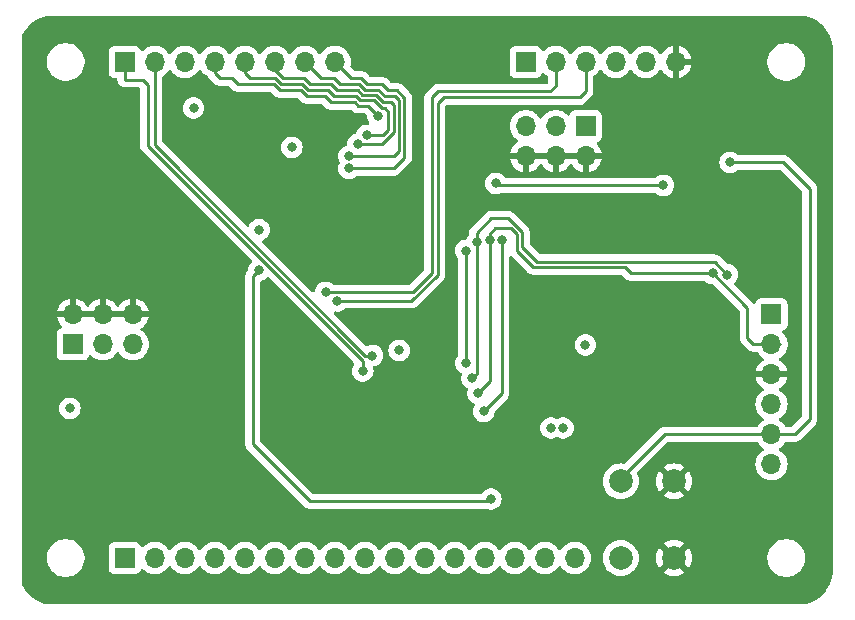
<source format=gbr>
G04 #@! TF.GenerationSoftware,KiCad,Pcbnew,8.0.3+1*
G04 #@! TF.CreationDate,2024-10-12T15:40:48+00:00*
G04 #@! TF.ProjectId,STM32F030K6T6TR_Devel,53544d33-3246-4303-9330-4b3654365452,0.0.2*
G04 #@! TF.SameCoordinates,Original*
G04 #@! TF.FileFunction,Copper,L4,Bot*
G04 #@! TF.FilePolarity,Positive*
%FSLAX46Y46*%
G04 Gerber Fmt 4.6, Leading zero omitted, Abs format (unit mm)*
G04 Created by KiCad (PCBNEW 8.0.3+1) date 2024-10-12 15:40:48*
%MOMM*%
%LPD*%
G01*
G04 APERTURE LIST*
G04 #@! TA.AperFunction,ComponentPad*
%ADD10C,2.000000*%
G04 #@! TD*
G04 #@! TA.AperFunction,ComponentPad*
%ADD11R,1.700000X1.700000*%
G04 #@! TD*
G04 #@! TA.AperFunction,ComponentPad*
%ADD12O,1.700000X1.700000*%
G04 #@! TD*
G04 #@! TA.AperFunction,ViaPad*
%ADD13C,0.800000*%
G04 #@! TD*
G04 #@! TA.AperFunction,Conductor*
%ADD14C,0.250000*%
G04 #@! TD*
G04 APERTURE END LIST*
D10*
X151000000Y-116000000D03*
X151000000Y-109500000D03*
X155500000Y-116000000D03*
X155500000Y-109500000D03*
D11*
X109000000Y-74000000D03*
D12*
X111540000Y-74000000D03*
X114080000Y-74000000D03*
X116620000Y-74000000D03*
X119160000Y-74000000D03*
X121700000Y-74000000D03*
X124240000Y-74000000D03*
X126780000Y-74000000D03*
D11*
X109000000Y-116000000D03*
D12*
X111540000Y-116000000D03*
X114080000Y-116000000D03*
X116620000Y-116000000D03*
X119160000Y-116000000D03*
X121700000Y-116000000D03*
X124240000Y-116000000D03*
X126780000Y-116000000D03*
X129320000Y-116000000D03*
X131860000Y-116000000D03*
X134400000Y-116000000D03*
X136940000Y-116000000D03*
X139480000Y-116000000D03*
X142020000Y-116000000D03*
X144560000Y-116000000D03*
X147100000Y-116000000D03*
D11*
X142938700Y-74000000D03*
D12*
X145478700Y-74000000D03*
X148018700Y-74000000D03*
X150558700Y-74000000D03*
X153098700Y-74000000D03*
X155638700Y-74000000D03*
D11*
X148031400Y-79436200D03*
D12*
X148031400Y-81976200D03*
X145491400Y-79436200D03*
X145491400Y-81976200D03*
X142951400Y-79436200D03*
X142951400Y-81976200D03*
D11*
X104597400Y-97902000D03*
D12*
X104597400Y-95362000D03*
X107137400Y-97902000D03*
X107137400Y-95362000D03*
X109677400Y-97902000D03*
X109677400Y-95362000D03*
D11*
X163754000Y-95362000D03*
D12*
X163754000Y-97902000D03*
X163754000Y-100442000D03*
X163754000Y-102982000D03*
X163754000Y-105522000D03*
X163754000Y-108062000D03*
D13*
X123140000Y-81224000D03*
X104344000Y-103322000D03*
X145084000Y-105000000D03*
X146100000Y-105000000D03*
X148000000Y-97956000D03*
X120370800Y-88199200D03*
X114820900Y-77912200D03*
X132231835Y-98425952D03*
X130760000Y-101036000D03*
X126378000Y-78811000D03*
X156500000Y-88500000D03*
X140000000Y-111000000D03*
X120350661Y-91633341D03*
X160250000Y-82500000D03*
X128728000Y-80970000D03*
X137872000Y-89969009D03*
X137872000Y-99512000D03*
X127975000Y-83002000D03*
X127975000Y-81986000D03*
X129490000Y-80208000D03*
X140412000Y-84272000D03*
X130435840Y-78571897D03*
X154610000Y-84440000D03*
X140920000Y-89098000D03*
X139396000Y-103576000D03*
X139904000Y-89098000D03*
X138888000Y-102052000D03*
X158760000Y-91892000D03*
X138779999Y-89243999D03*
X138380000Y-100782000D03*
X160000000Y-92000000D03*
X129959300Y-98854500D03*
X129146500Y-100175300D03*
X127000000Y-94225010D03*
X126000000Y-93500000D03*
D14*
X120350661Y-91633341D02*
X119838000Y-92146002D01*
X139804000Y-111196000D02*
X140000000Y-111000000D01*
X124664000Y-111196000D02*
X139804000Y-111196000D01*
X119838000Y-92146002D02*
X119838000Y-106370000D01*
X119838000Y-106370000D02*
X124664000Y-111196000D01*
X167000000Y-84750000D02*
X164750000Y-82500000D01*
X163754000Y-105522000D02*
X165728000Y-105522000D01*
X163754000Y-105522000D02*
X154728000Y-105522000D01*
X167000000Y-104250000D02*
X167000000Y-84750000D01*
X164750000Y-82500000D02*
X160250000Y-82500000D01*
X165728000Y-105522000D02*
X167000000Y-104250000D01*
X154728000Y-105522000D02*
X151000000Y-109250000D01*
X151000000Y-109250000D02*
X151000000Y-109500000D01*
X128728000Y-76398000D02*
X129118610Y-76788610D01*
X124156000Y-75382000D02*
X124664000Y-75890000D01*
X130885590Y-77414000D02*
X131522000Y-77414000D01*
X124664000Y-75890000D02*
X126442000Y-75890000D01*
X121700000Y-74704000D02*
X122378000Y-75382000D01*
X131776000Y-77668000D02*
X131776000Y-79954000D01*
X121700000Y-74000000D02*
X121700000Y-74704000D01*
X126950000Y-76398000D02*
X128728000Y-76398000D01*
X130760000Y-80970000D02*
X128728000Y-80970000D01*
X122378000Y-75382000D02*
X124156000Y-75382000D01*
X126442000Y-75890000D02*
X126950000Y-76398000D01*
X131776000Y-79954000D02*
X130760000Y-80970000D01*
X131522000Y-77414000D02*
X131776000Y-77668000D01*
X130260200Y-76788610D02*
X130885590Y-77414000D01*
X129118610Y-76788610D02*
X130260200Y-76788610D01*
X137872000Y-99512000D02*
X137872000Y-89969009D01*
X130758590Y-75888590D02*
X131268000Y-76398000D01*
X131268000Y-76398000D02*
X132030000Y-76398000D01*
X132030000Y-76398000D02*
X132676020Y-77044020D01*
X132676020Y-77044020D02*
X132676020Y-82101980D01*
X126780000Y-74000000D02*
X128162000Y-75382000D01*
X131776000Y-83002000D02*
X127975000Y-83002000D01*
X132676020Y-82101980D02*
X131776000Y-83002000D01*
X128162000Y-75382000D02*
X128984821Y-75382000D01*
X128984821Y-75382000D02*
X129491410Y-75888590D01*
X129491410Y-75888590D02*
X130758590Y-75888590D01*
X132226009Y-81535991D02*
X131776000Y-81986000D01*
X127204000Y-75890000D02*
X128856411Y-75890000D01*
X131901590Y-76906000D02*
X132226009Y-77230419D01*
X130446600Y-76338600D02*
X131014000Y-76906000D01*
X129305010Y-76338600D02*
X130446600Y-76338600D01*
X126696000Y-75382000D02*
X127204000Y-75890000D01*
X125622000Y-75382000D02*
X126696000Y-75382000D01*
X132226009Y-77230419D02*
X132226009Y-81535991D01*
X128856411Y-75890000D02*
X129305010Y-76338600D01*
X124240000Y-74000000D02*
X125622000Y-75382000D01*
X131014000Y-76906000D02*
X131901590Y-76906000D01*
X131776000Y-81986000D02*
X127975000Y-81986000D01*
X124535590Y-76398000D02*
X126188000Y-76398000D01*
X130757180Y-77922000D02*
X131014000Y-77922000D01*
X122249590Y-75890000D02*
X124027590Y-75890000D01*
X131014000Y-77922000D02*
X131325990Y-78233990D01*
X126188000Y-76398000D02*
X126696000Y-76906000D01*
X128599590Y-76906000D02*
X128932210Y-77238620D01*
X119584000Y-75382000D02*
X121741590Y-75382000D01*
X119160000Y-74958000D02*
X119584000Y-75382000D01*
X131325990Y-78233990D02*
X131325990Y-79767600D01*
X128932210Y-77238620D02*
X130073800Y-77238620D01*
X121741590Y-75382000D02*
X122249590Y-75890000D01*
X126696000Y-76906000D02*
X128599590Y-76906000D01*
X119160000Y-74000000D02*
X119160000Y-74958000D01*
X130073800Y-77238620D02*
X130757180Y-77922000D01*
X124027590Y-75890000D02*
X124535590Y-76398000D01*
X130885590Y-80208000D02*
X129490000Y-80208000D01*
X131325990Y-79767600D02*
X130885590Y-80208000D01*
X124407180Y-76906000D02*
X125934000Y-76906000D01*
X126442000Y-77414000D02*
X128471180Y-77414000D01*
X116620000Y-74958000D02*
X117044000Y-75382000D01*
X116620000Y-74000000D02*
X116620000Y-74958000D01*
X128471180Y-77414000D02*
X128745808Y-77688628D01*
X129552571Y-77688628D02*
X130435840Y-78571897D01*
X118568000Y-75890000D02*
X121613180Y-75890000D01*
X122121180Y-76398000D02*
X123899180Y-76398000D01*
X125934000Y-76906000D02*
X126442000Y-77414000D01*
X121613180Y-75890000D02*
X122121180Y-76398000D01*
X117044000Y-75382000D02*
X118060000Y-75382000D01*
X123899180Y-76398000D02*
X124407180Y-76906000D01*
X128745808Y-77688628D02*
X129552571Y-77688628D01*
X118060000Y-75382000D02*
X118568000Y-75890000D01*
X154610000Y-84440000D02*
X140580000Y-84440000D01*
X140580000Y-84440000D02*
X140412000Y-84272000D01*
X140920000Y-102052000D02*
X140920000Y-89098000D01*
X139396000Y-103576000D02*
X140920000Y-102052000D01*
X139904000Y-101036000D02*
X139904000Y-89098000D01*
X138888000Y-102052000D02*
X139904000Y-101036000D01*
X158760000Y-91892000D02*
X161722000Y-94854000D01*
X139904000Y-88532315D02*
X140354315Y-88082000D01*
X140354315Y-88082000D02*
X141682000Y-88082000D01*
X142190000Y-89991000D02*
X143583000Y-91384000D01*
X161722000Y-97394000D02*
X162230000Y-97902000D01*
X151334000Y-91384000D02*
X151842000Y-91892000D01*
X139904000Y-89098000D02*
X139904000Y-88532315D01*
X141682000Y-88082000D02*
X142190000Y-88590000D01*
X161722000Y-94854000D02*
X161722000Y-97394000D01*
X142190000Y-88590000D02*
X142190000Y-89991000D01*
X151842000Y-91892000D02*
X158760000Y-91892000D01*
X162230000Y-97902000D02*
X164516000Y-97902000D01*
X143583000Y-91384000D02*
X151334000Y-91384000D01*
X138779999Y-100382001D02*
X138779999Y-89243999D01*
X138380000Y-100782000D02*
X138779999Y-100382001D01*
X138779999Y-88470001D02*
X140000000Y-87250000D01*
X141486410Y-87250000D02*
X142640010Y-88403600D01*
X151520401Y-90933991D02*
X158933991Y-90933991D01*
X158933991Y-90933991D02*
X160000000Y-92000000D01*
X142640010Y-89640010D02*
X143933990Y-90933990D01*
X143933990Y-90933990D02*
X151520401Y-90933991D01*
X140000000Y-87250000D02*
X141486410Y-87250000D01*
X138779999Y-89243999D02*
X138779999Y-88470001D01*
X142640010Y-88403600D02*
X142640010Y-89640010D01*
X111540000Y-74000000D02*
X111540000Y-81040000D01*
X111540000Y-81040000D02*
X129354500Y-98854500D01*
X129354500Y-98854500D02*
X129959300Y-98854500D01*
X109000000Y-74000000D02*
X109000000Y-75500000D01*
X109000000Y-75500000D02*
X110500000Y-75500000D01*
X110923750Y-75923750D02*
X110923750Y-81076250D01*
X129146500Y-99299000D02*
X129146500Y-100175300D01*
X110923750Y-81076250D02*
X129146500Y-99299000D01*
X110500000Y-75500000D02*
X110923750Y-75923750D01*
X133274990Y-94225010D02*
X127000000Y-94225010D01*
X135500000Y-77500000D02*
X135500000Y-92000000D01*
X148018700Y-76481300D02*
X147500000Y-77000000D01*
X147500000Y-77000000D02*
X136000000Y-77000000D01*
X135500000Y-92000000D02*
X133274990Y-94225010D01*
X136000000Y-77000000D02*
X135500000Y-77500000D01*
X148018700Y-74000000D02*
X148018700Y-76481300D01*
X133363590Y-93500000D02*
X126000000Y-93500000D01*
X145000000Y-76500000D02*
X135500000Y-76500000D01*
X135500000Y-76500000D02*
X135000000Y-77000000D01*
X135000000Y-77000000D02*
X135000000Y-91863590D01*
X145478700Y-76021300D02*
X145000000Y-76500000D01*
X135000000Y-91863590D02*
X133363590Y-93500000D01*
X145478700Y-74000000D02*
X145478700Y-76021300D01*
G04 #@! TA.AperFunction,Conductor*
G36*
X106671475Y-95169007D02*
G01*
X106637400Y-95296174D01*
X106637400Y-95427826D01*
X106671475Y-95554993D01*
X106706697Y-95616000D01*
X105028103Y-95616000D01*
X105063325Y-95554993D01*
X105097400Y-95427826D01*
X105097400Y-95296174D01*
X105063325Y-95169007D01*
X105028103Y-95108000D01*
X106706697Y-95108000D01*
X106671475Y-95169007D01*
G37*
G04 #@! TD.AperFunction*
G04 #@! TA.AperFunction,Conductor*
G36*
X109211475Y-95169007D02*
G01*
X109177400Y-95296174D01*
X109177400Y-95427826D01*
X109211475Y-95554993D01*
X109246697Y-95616000D01*
X107568103Y-95616000D01*
X107603325Y-95554993D01*
X107637400Y-95427826D01*
X107637400Y-95296174D01*
X107603325Y-95169007D01*
X107568103Y-95108000D01*
X109246697Y-95108000D01*
X109211475Y-95169007D01*
G37*
G04 #@! TD.AperFunction*
G04 #@! TA.AperFunction,Conductor*
G36*
X145025475Y-81783207D02*
G01*
X144991400Y-81910374D01*
X144991400Y-82042026D01*
X145025475Y-82169193D01*
X145060697Y-82230200D01*
X143382103Y-82230200D01*
X143417325Y-82169193D01*
X143451400Y-82042026D01*
X143451400Y-81910374D01*
X143417325Y-81783207D01*
X143382103Y-81722200D01*
X145060697Y-81722200D01*
X145025475Y-81783207D01*
G37*
G04 #@! TD.AperFunction*
G04 #@! TA.AperFunction,Conductor*
G36*
X147565475Y-81783207D02*
G01*
X147531400Y-81910374D01*
X147531400Y-82042026D01*
X147565475Y-82169193D01*
X147600697Y-82230200D01*
X145922103Y-82230200D01*
X145957325Y-82169193D01*
X145991400Y-82042026D01*
X145991400Y-81910374D01*
X145957325Y-81783207D01*
X145922103Y-81722200D01*
X147600697Y-81722200D01*
X147565475Y-81783207D01*
G37*
G04 #@! TD.AperFunction*
G04 #@! TA.AperFunction,Conductor*
G36*
X166671776Y-70104793D02*
G01*
X166912793Y-70169373D01*
X166925336Y-70173449D01*
X167203671Y-70280292D01*
X167215719Y-70285656D01*
X167481368Y-70421010D01*
X167492785Y-70427601D01*
X167742838Y-70589988D01*
X167753495Y-70597732D01*
X167985197Y-70785360D01*
X167994998Y-70794185D01*
X168205814Y-71005001D01*
X168214639Y-71014802D01*
X168402263Y-71246498D01*
X168410015Y-71257167D01*
X168572394Y-71507208D01*
X168578989Y-71518631D01*
X168714343Y-71784280D01*
X168719707Y-71796327D01*
X168826550Y-72074661D01*
X168830626Y-72087205D01*
X168907790Y-72375188D01*
X168910532Y-72388088D01*
X168957172Y-72682563D01*
X168958550Y-72695679D01*
X168974327Y-72996698D01*
X168974500Y-73003293D01*
X168974500Y-116996706D01*
X168974327Y-117003301D01*
X168958550Y-117304320D01*
X168957172Y-117317436D01*
X168910532Y-117611911D01*
X168907790Y-117624811D01*
X168830626Y-117912794D01*
X168826550Y-117925338D01*
X168719707Y-118203672D01*
X168714343Y-118215719D01*
X168578989Y-118481368D01*
X168572394Y-118492791D01*
X168410015Y-118742832D01*
X168402263Y-118753501D01*
X168214639Y-118985197D01*
X168205814Y-118994998D01*
X167994998Y-119205814D01*
X167985197Y-119214639D01*
X167753501Y-119402263D01*
X167742832Y-119410015D01*
X167492791Y-119572394D01*
X167481368Y-119578989D01*
X167215719Y-119714343D01*
X167203671Y-119719707D01*
X166925336Y-119826550D01*
X166912794Y-119830625D01*
X166772095Y-119868326D01*
X166739483Y-119872620D01*
X102260517Y-119872620D01*
X102227907Y-119868327D01*
X102169085Y-119852566D01*
X102087205Y-119830626D01*
X102074663Y-119826550D01*
X101796328Y-119719707D01*
X101784280Y-119714343D01*
X101518631Y-119578989D01*
X101507208Y-119572394D01*
X101257167Y-119410015D01*
X101246498Y-119402263D01*
X101187493Y-119354482D01*
X101014802Y-119214639D01*
X101005001Y-119205814D01*
X100794185Y-118994998D01*
X100785360Y-118985197D01*
X100597736Y-118753501D01*
X100589988Y-118742838D01*
X100427601Y-118492785D01*
X100421010Y-118481368D01*
X100297733Y-118239420D01*
X100284000Y-118182218D01*
X100284000Y-115874038D01*
X102399500Y-115874038D01*
X102399500Y-116125962D01*
X102417029Y-116236632D01*
X102438911Y-116374790D01*
X102483662Y-116512518D01*
X102516759Y-116614379D01*
X102631130Y-116838845D01*
X102779207Y-117042656D01*
X102779209Y-117042658D01*
X102779211Y-117042661D01*
X102957338Y-117220788D01*
X102957341Y-117220790D01*
X102957344Y-117220793D01*
X103161155Y-117368870D01*
X103385621Y-117483241D01*
X103625215Y-117561090D01*
X103874038Y-117600500D01*
X103874041Y-117600500D01*
X104125959Y-117600500D01*
X104125962Y-117600500D01*
X104374785Y-117561090D01*
X104614379Y-117483241D01*
X104838845Y-117368870D01*
X105042656Y-117220793D01*
X105220793Y-117042656D01*
X105368870Y-116838845D01*
X105483241Y-116614379D01*
X105561090Y-116374785D01*
X105600500Y-116125962D01*
X105600500Y-115874038D01*
X105561090Y-115625215D01*
X105483241Y-115385621D01*
X105368870Y-115161155D01*
X105325419Y-115101350D01*
X107641500Y-115101350D01*
X107641500Y-116898649D01*
X107648009Y-116959196D01*
X107648011Y-116959204D01*
X107699110Y-117096202D01*
X107699112Y-117096207D01*
X107786738Y-117213261D01*
X107903792Y-117300887D01*
X107903794Y-117300888D01*
X107903796Y-117300889D01*
X107930690Y-117310920D01*
X108040795Y-117351988D01*
X108040803Y-117351990D01*
X108101350Y-117358499D01*
X108101355Y-117358499D01*
X108101362Y-117358500D01*
X108101368Y-117358500D01*
X109898632Y-117358500D01*
X109898638Y-117358500D01*
X109898645Y-117358499D01*
X109898649Y-117358499D01*
X109959196Y-117351990D01*
X109959199Y-117351989D01*
X109959201Y-117351989D01*
X109969253Y-117348240D01*
X109978045Y-117344960D01*
X110096204Y-117300889D01*
X110166399Y-117248342D01*
X110213261Y-117213261D01*
X110300886Y-117096208D01*
X110300885Y-117096208D01*
X110300889Y-117096204D01*
X110344999Y-116977939D01*
X110387545Y-116921107D01*
X110454066Y-116896296D01*
X110523440Y-116911388D01*
X110555753Y-116936635D01*
X110614085Y-117000000D01*
X110616762Y-117002908D01*
X110617267Y-117003301D01*
X110794424Y-117141189D01*
X110992426Y-117248342D01*
X110992427Y-117248342D01*
X110992428Y-117248343D01*
X111104227Y-117286723D01*
X111205365Y-117321444D01*
X111427431Y-117358500D01*
X111427435Y-117358500D01*
X111652565Y-117358500D01*
X111652569Y-117358500D01*
X111874635Y-117321444D01*
X112087574Y-117248342D01*
X112285576Y-117141189D01*
X112463240Y-117002906D01*
X112615722Y-116837268D01*
X112704518Y-116701354D01*
X112758520Y-116655268D01*
X112828868Y-116645692D01*
X112893225Y-116675669D01*
X112915480Y-116701353D01*
X112948607Y-116752058D01*
X113004275Y-116837265D01*
X113004279Y-116837270D01*
X113072511Y-116911388D01*
X113151052Y-116996706D01*
X113156762Y-117002908D01*
X113157267Y-117003301D01*
X113334424Y-117141189D01*
X113532426Y-117248342D01*
X113532427Y-117248342D01*
X113532428Y-117248343D01*
X113644227Y-117286723D01*
X113745365Y-117321444D01*
X113967431Y-117358500D01*
X113967435Y-117358500D01*
X114192565Y-117358500D01*
X114192569Y-117358500D01*
X114414635Y-117321444D01*
X114627574Y-117248342D01*
X114825576Y-117141189D01*
X115003240Y-117002906D01*
X115155722Y-116837268D01*
X115244518Y-116701354D01*
X115298520Y-116655268D01*
X115368868Y-116645692D01*
X115433225Y-116675669D01*
X115455480Y-116701353D01*
X115488607Y-116752058D01*
X115544275Y-116837265D01*
X115544279Y-116837270D01*
X115612511Y-116911388D01*
X115691052Y-116996706D01*
X115696762Y-117002908D01*
X115697267Y-117003301D01*
X115874424Y-117141189D01*
X116072426Y-117248342D01*
X116072427Y-117248342D01*
X116072428Y-117248343D01*
X116184227Y-117286723D01*
X116285365Y-117321444D01*
X116507431Y-117358500D01*
X116507435Y-117358500D01*
X116732565Y-117358500D01*
X116732569Y-117358500D01*
X116954635Y-117321444D01*
X117167574Y-117248342D01*
X117365576Y-117141189D01*
X117543240Y-117002906D01*
X117695722Y-116837268D01*
X117784518Y-116701354D01*
X117838520Y-116655268D01*
X117908868Y-116645692D01*
X117973225Y-116675669D01*
X117995480Y-116701353D01*
X118028607Y-116752058D01*
X118084275Y-116837265D01*
X118084279Y-116837270D01*
X118152511Y-116911388D01*
X118231052Y-116996706D01*
X118236762Y-117002908D01*
X118237267Y-117003301D01*
X118414424Y-117141189D01*
X118612426Y-117248342D01*
X118612427Y-117248342D01*
X118612428Y-117248343D01*
X118724227Y-117286723D01*
X118825365Y-117321444D01*
X119047431Y-117358500D01*
X119047435Y-117358500D01*
X119272565Y-117358500D01*
X119272569Y-117358500D01*
X119494635Y-117321444D01*
X119707574Y-117248342D01*
X119905576Y-117141189D01*
X120083240Y-117002906D01*
X120235722Y-116837268D01*
X120324518Y-116701354D01*
X120378520Y-116655268D01*
X120448868Y-116645692D01*
X120513225Y-116675669D01*
X120535480Y-116701353D01*
X120568607Y-116752058D01*
X120624275Y-116837265D01*
X120624279Y-116837270D01*
X120692511Y-116911388D01*
X120771052Y-116996706D01*
X120776762Y-117002908D01*
X120777267Y-117003301D01*
X120954424Y-117141189D01*
X121152426Y-117248342D01*
X121152427Y-117248342D01*
X121152428Y-117248343D01*
X121264227Y-117286723D01*
X121365365Y-117321444D01*
X121587431Y-117358500D01*
X121587435Y-117358500D01*
X121812565Y-117358500D01*
X121812569Y-117358500D01*
X122034635Y-117321444D01*
X122247574Y-117248342D01*
X122445576Y-117141189D01*
X122623240Y-117002906D01*
X122775722Y-116837268D01*
X122864518Y-116701354D01*
X122918520Y-116655268D01*
X122988868Y-116645692D01*
X123053225Y-116675669D01*
X123075480Y-116701353D01*
X123108607Y-116752058D01*
X123164275Y-116837265D01*
X123164279Y-116837270D01*
X123232511Y-116911388D01*
X123311052Y-116996706D01*
X123316762Y-117002908D01*
X123317267Y-117003301D01*
X123494424Y-117141189D01*
X123692426Y-117248342D01*
X123692427Y-117248342D01*
X123692428Y-117248343D01*
X123804227Y-117286723D01*
X123905365Y-117321444D01*
X124127431Y-117358500D01*
X124127435Y-117358500D01*
X124352565Y-117358500D01*
X124352569Y-117358500D01*
X124574635Y-117321444D01*
X124787574Y-117248342D01*
X124985576Y-117141189D01*
X125163240Y-117002906D01*
X125315722Y-116837268D01*
X125404518Y-116701354D01*
X125458520Y-116655268D01*
X125528868Y-116645692D01*
X125593225Y-116675669D01*
X125615480Y-116701353D01*
X125648607Y-116752058D01*
X125704275Y-116837265D01*
X125704279Y-116837270D01*
X125772511Y-116911388D01*
X125851052Y-116996706D01*
X125856762Y-117002908D01*
X125857267Y-117003301D01*
X126034424Y-117141189D01*
X126232426Y-117248342D01*
X126232427Y-117248342D01*
X126232428Y-117248343D01*
X126344227Y-117286723D01*
X126445365Y-117321444D01*
X126667431Y-117358500D01*
X126667435Y-117358500D01*
X126892565Y-117358500D01*
X126892569Y-117358500D01*
X127114635Y-117321444D01*
X127327574Y-117248342D01*
X127525576Y-117141189D01*
X127703240Y-117002906D01*
X127855722Y-116837268D01*
X127944518Y-116701354D01*
X127998520Y-116655268D01*
X128068868Y-116645692D01*
X128133225Y-116675669D01*
X128155480Y-116701353D01*
X128188607Y-116752058D01*
X128244275Y-116837265D01*
X128244279Y-116837270D01*
X128312511Y-116911388D01*
X128391052Y-116996706D01*
X128396762Y-117002908D01*
X128397267Y-117003301D01*
X128574424Y-117141189D01*
X128772426Y-117248342D01*
X128772427Y-117248342D01*
X128772428Y-117248343D01*
X128884227Y-117286723D01*
X128985365Y-117321444D01*
X129207431Y-117358500D01*
X129207435Y-117358500D01*
X129432565Y-117358500D01*
X129432569Y-117358500D01*
X129654635Y-117321444D01*
X129867574Y-117248342D01*
X130065576Y-117141189D01*
X130243240Y-117002906D01*
X130395722Y-116837268D01*
X130484518Y-116701354D01*
X130538520Y-116655268D01*
X130608868Y-116645692D01*
X130673225Y-116675669D01*
X130695480Y-116701353D01*
X130728607Y-116752058D01*
X130784275Y-116837265D01*
X130784279Y-116837270D01*
X130852511Y-116911388D01*
X130931052Y-116996706D01*
X130936762Y-117002908D01*
X130937267Y-117003301D01*
X131114424Y-117141189D01*
X131312426Y-117248342D01*
X131312427Y-117248342D01*
X131312428Y-117248343D01*
X131424227Y-117286723D01*
X131525365Y-117321444D01*
X131747431Y-117358500D01*
X131747435Y-117358500D01*
X131972565Y-117358500D01*
X131972569Y-117358500D01*
X132194635Y-117321444D01*
X132407574Y-117248342D01*
X132605576Y-117141189D01*
X132783240Y-117002906D01*
X132935722Y-116837268D01*
X133024518Y-116701354D01*
X133078520Y-116655268D01*
X133148868Y-116645692D01*
X133213225Y-116675669D01*
X133235480Y-116701353D01*
X133268607Y-116752058D01*
X133324275Y-116837265D01*
X133324279Y-116837270D01*
X133392511Y-116911388D01*
X133471052Y-116996706D01*
X133476762Y-117002908D01*
X133477267Y-117003301D01*
X133654424Y-117141189D01*
X133852426Y-117248342D01*
X133852427Y-117248342D01*
X133852428Y-117248343D01*
X133964227Y-117286723D01*
X134065365Y-117321444D01*
X134287431Y-117358500D01*
X134287435Y-117358500D01*
X134512565Y-117358500D01*
X134512569Y-117358500D01*
X134734635Y-117321444D01*
X134947574Y-117248342D01*
X135145576Y-117141189D01*
X135323240Y-117002906D01*
X135475722Y-116837268D01*
X135564518Y-116701354D01*
X135618520Y-116655268D01*
X135688868Y-116645692D01*
X135753225Y-116675669D01*
X135775480Y-116701353D01*
X135808607Y-116752058D01*
X135864275Y-116837265D01*
X135864279Y-116837270D01*
X135932511Y-116911388D01*
X136011052Y-116996706D01*
X136016762Y-117002908D01*
X136017267Y-117003301D01*
X136194424Y-117141189D01*
X136392426Y-117248342D01*
X136392427Y-117248342D01*
X136392428Y-117248343D01*
X136504227Y-117286723D01*
X136605365Y-117321444D01*
X136827431Y-117358500D01*
X136827435Y-117358500D01*
X137052565Y-117358500D01*
X137052569Y-117358500D01*
X137274635Y-117321444D01*
X137487574Y-117248342D01*
X137685576Y-117141189D01*
X137863240Y-117002906D01*
X138015722Y-116837268D01*
X138104518Y-116701354D01*
X138158520Y-116655268D01*
X138228868Y-116645692D01*
X138293225Y-116675669D01*
X138315480Y-116701353D01*
X138348607Y-116752058D01*
X138404275Y-116837265D01*
X138404279Y-116837270D01*
X138472511Y-116911388D01*
X138551052Y-116996706D01*
X138556762Y-117002908D01*
X138557267Y-117003301D01*
X138734424Y-117141189D01*
X138932426Y-117248342D01*
X138932427Y-117248342D01*
X138932428Y-117248343D01*
X139044227Y-117286723D01*
X139145365Y-117321444D01*
X139367431Y-117358500D01*
X139367435Y-117358500D01*
X139592565Y-117358500D01*
X139592569Y-117358500D01*
X139814635Y-117321444D01*
X140027574Y-117248342D01*
X140225576Y-117141189D01*
X140403240Y-117002906D01*
X140555722Y-116837268D01*
X140644518Y-116701354D01*
X140698520Y-116655268D01*
X140768868Y-116645692D01*
X140833225Y-116675669D01*
X140855480Y-116701353D01*
X140888607Y-116752058D01*
X140944275Y-116837265D01*
X140944279Y-116837270D01*
X141012511Y-116911388D01*
X141091052Y-116996706D01*
X141096762Y-117002908D01*
X141097267Y-117003301D01*
X141274424Y-117141189D01*
X141472426Y-117248342D01*
X141472427Y-117248342D01*
X141472428Y-117248343D01*
X141584227Y-117286723D01*
X141685365Y-117321444D01*
X141907431Y-117358500D01*
X141907435Y-117358500D01*
X142132565Y-117358500D01*
X142132569Y-117358500D01*
X142354635Y-117321444D01*
X142567574Y-117248342D01*
X142765576Y-117141189D01*
X142943240Y-117002906D01*
X143095722Y-116837268D01*
X143184518Y-116701354D01*
X143238520Y-116655268D01*
X143308868Y-116645692D01*
X143373225Y-116675669D01*
X143395480Y-116701353D01*
X143428607Y-116752058D01*
X143484275Y-116837265D01*
X143484279Y-116837270D01*
X143552511Y-116911388D01*
X143631052Y-116996706D01*
X143636762Y-117002908D01*
X143637267Y-117003301D01*
X143814424Y-117141189D01*
X144012426Y-117248342D01*
X144012427Y-117248342D01*
X144012428Y-117248343D01*
X144124227Y-117286723D01*
X144225365Y-117321444D01*
X144447431Y-117358500D01*
X144447435Y-117358500D01*
X144672565Y-117358500D01*
X144672569Y-117358500D01*
X144894635Y-117321444D01*
X145107574Y-117248342D01*
X145305576Y-117141189D01*
X145483240Y-117002906D01*
X145635722Y-116837268D01*
X145724518Y-116701354D01*
X145778520Y-116655268D01*
X145848868Y-116645692D01*
X145913225Y-116675669D01*
X145935480Y-116701353D01*
X145968607Y-116752058D01*
X146024275Y-116837265D01*
X146024279Y-116837270D01*
X146092511Y-116911388D01*
X146171052Y-116996706D01*
X146176762Y-117002908D01*
X146177267Y-117003301D01*
X146354424Y-117141189D01*
X146552426Y-117248342D01*
X146552427Y-117248342D01*
X146552428Y-117248343D01*
X146664227Y-117286723D01*
X146765365Y-117321444D01*
X146987431Y-117358500D01*
X146987435Y-117358500D01*
X147212565Y-117358500D01*
X147212569Y-117358500D01*
X147434635Y-117321444D01*
X147647574Y-117248342D01*
X147845576Y-117141189D01*
X148023240Y-117002906D01*
X148175722Y-116837268D01*
X148298860Y-116648791D01*
X148389296Y-116442616D01*
X148444564Y-116224368D01*
X148463156Y-116000000D01*
X149486835Y-116000000D01*
X149505465Y-116236710D01*
X149560894Y-116467592D01*
X149638632Y-116655268D01*
X149651760Y-116686963D01*
X149766310Y-116873891D01*
X149775825Y-116889417D01*
X149775826Y-116889419D01*
X149930030Y-117069969D01*
X150106623Y-117220793D01*
X150110584Y-117224176D01*
X150313037Y-117348240D01*
X150532406Y-117439105D01*
X150763289Y-117494535D01*
X151000000Y-117513165D01*
X151236711Y-117494535D01*
X151467594Y-117439105D01*
X151686963Y-117348240D01*
X151889416Y-117224176D01*
X152069969Y-117069969D01*
X152224176Y-116889416D01*
X152348240Y-116686963D01*
X152439105Y-116467594D01*
X152494535Y-116236711D01*
X152513165Y-116000000D01*
X153987337Y-116000000D01*
X154005960Y-116236632D01*
X154061371Y-116467437D01*
X154152208Y-116686738D01*
X154266896Y-116873890D01*
X154266897Y-116873890D01*
X154975016Y-116165771D01*
X154987482Y-116212292D01*
X155059890Y-116337708D01*
X155162292Y-116440110D01*
X155287708Y-116512518D01*
X155334226Y-116524982D01*
X154626107Y-117233101D01*
X154626108Y-117233102D01*
X154813261Y-117347791D01*
X155032562Y-117438628D01*
X155263367Y-117494039D01*
X155500000Y-117512662D01*
X155736632Y-117494039D01*
X155967437Y-117438628D01*
X156186738Y-117347791D01*
X156373890Y-117233102D01*
X156373891Y-117233102D01*
X155665772Y-116524982D01*
X155712292Y-116512518D01*
X155837708Y-116440110D01*
X155940110Y-116337708D01*
X156012518Y-116212292D01*
X156024983Y-116165772D01*
X156733102Y-116873891D01*
X156733102Y-116873890D01*
X156847791Y-116686738D01*
X156938628Y-116467437D01*
X156994039Y-116236632D01*
X157012662Y-116000000D01*
X157002749Y-115874038D01*
X163399500Y-115874038D01*
X163399500Y-116125962D01*
X163417029Y-116236632D01*
X163438911Y-116374790D01*
X163483662Y-116512518D01*
X163516759Y-116614379D01*
X163631130Y-116838845D01*
X163779207Y-117042656D01*
X163779209Y-117042658D01*
X163779211Y-117042661D01*
X163957338Y-117220788D01*
X163957341Y-117220790D01*
X163957344Y-117220793D01*
X164161155Y-117368870D01*
X164385621Y-117483241D01*
X164625215Y-117561090D01*
X164874038Y-117600500D01*
X164874041Y-117600500D01*
X165125959Y-117600500D01*
X165125962Y-117600500D01*
X165374785Y-117561090D01*
X165614379Y-117483241D01*
X165838845Y-117368870D01*
X166042656Y-117220793D01*
X166220793Y-117042656D01*
X166368870Y-116838845D01*
X166483241Y-116614379D01*
X166561090Y-116374785D01*
X166600500Y-116125962D01*
X166600500Y-115874038D01*
X166561090Y-115625215D01*
X166483241Y-115385621D01*
X166368870Y-115161155D01*
X166220793Y-114957344D01*
X166220790Y-114957341D01*
X166220788Y-114957338D01*
X166042661Y-114779211D01*
X166042658Y-114779209D01*
X166042656Y-114779207D01*
X165889235Y-114667741D01*
X165838848Y-114631132D01*
X165838847Y-114631131D01*
X165838845Y-114631130D01*
X165614379Y-114516759D01*
X165614376Y-114516758D01*
X165614374Y-114516757D01*
X165374790Y-114438911D01*
X165374786Y-114438910D01*
X165374785Y-114438910D01*
X165125962Y-114399500D01*
X164874038Y-114399500D01*
X164625215Y-114438910D01*
X164625209Y-114438911D01*
X164385625Y-114516757D01*
X164385619Y-114516760D01*
X164161151Y-114631132D01*
X163957341Y-114779209D01*
X163957338Y-114779211D01*
X163779211Y-114957338D01*
X163779209Y-114957341D01*
X163631132Y-115161151D01*
X163516760Y-115385619D01*
X163516757Y-115385625D01*
X163438911Y-115625209D01*
X163438910Y-115625214D01*
X163438910Y-115625215D01*
X163399500Y-115874038D01*
X157002749Y-115874038D01*
X156994039Y-115763367D01*
X156938628Y-115532562D01*
X156847791Y-115313261D01*
X156733102Y-115126108D01*
X156733101Y-115126107D01*
X156024982Y-115834226D01*
X156012518Y-115787708D01*
X155940110Y-115662292D01*
X155837708Y-115559890D01*
X155712292Y-115487482D01*
X155665771Y-115475016D01*
X156373890Y-114766897D01*
X156373890Y-114766896D01*
X156186738Y-114652208D01*
X155967437Y-114561371D01*
X155736632Y-114505960D01*
X155500000Y-114487337D01*
X155263367Y-114505960D01*
X155032562Y-114561371D01*
X154813266Y-114652206D01*
X154626108Y-114766897D01*
X154626108Y-114766898D01*
X155334227Y-115475017D01*
X155287708Y-115487482D01*
X155162292Y-115559890D01*
X155059890Y-115662292D01*
X154987482Y-115787708D01*
X154975017Y-115834227D01*
X154266898Y-115126108D01*
X154266897Y-115126108D01*
X154152206Y-115313266D01*
X154061371Y-115532562D01*
X154005960Y-115763367D01*
X153987337Y-116000000D01*
X152513165Y-116000000D01*
X152494535Y-115763289D01*
X152439105Y-115532406D01*
X152348240Y-115313037D01*
X152224176Y-115110584D01*
X152216300Y-115101362D01*
X152069969Y-114930030D01*
X151889419Y-114775826D01*
X151889417Y-114775825D01*
X151889416Y-114775824D01*
X151686963Y-114651760D01*
X151677908Y-114648009D01*
X151467592Y-114560894D01*
X151283754Y-114516759D01*
X151236711Y-114505465D01*
X151000000Y-114486835D01*
X150763289Y-114505465D01*
X150532407Y-114560894D01*
X150313038Y-114651759D01*
X150110582Y-114775825D01*
X150110580Y-114775826D01*
X149930030Y-114930030D01*
X149775826Y-115110580D01*
X149775825Y-115110582D01*
X149651759Y-115313038D01*
X149560894Y-115532407D01*
X149505465Y-115763289D01*
X149486835Y-116000000D01*
X148463156Y-116000000D01*
X148444564Y-115775632D01*
X148389296Y-115557384D01*
X148298860Y-115351209D01*
X148281500Y-115324637D01*
X148175724Y-115162734D01*
X148175720Y-115162729D01*
X148023237Y-114997091D01*
X147903367Y-114903792D01*
X147845576Y-114858811D01*
X147647574Y-114751658D01*
X147647572Y-114751657D01*
X147647571Y-114751656D01*
X147434639Y-114678557D01*
X147434630Y-114678555D01*
X147390476Y-114671187D01*
X147212569Y-114641500D01*
X146987431Y-114641500D01*
X146839211Y-114666233D01*
X146765369Y-114678555D01*
X146765360Y-114678557D01*
X146552428Y-114751656D01*
X146552426Y-114751658D01*
X146354426Y-114858810D01*
X146354424Y-114858811D01*
X146176762Y-114997091D01*
X146024279Y-115162729D01*
X145935483Y-115298643D01*
X145881479Y-115344731D01*
X145811131Y-115354306D01*
X145746774Y-115324329D01*
X145724517Y-115298643D01*
X145635720Y-115162729D01*
X145483237Y-114997091D01*
X145363367Y-114903792D01*
X145305576Y-114858811D01*
X145107574Y-114751658D01*
X145107572Y-114751657D01*
X145107571Y-114751656D01*
X144894639Y-114678557D01*
X144894630Y-114678555D01*
X144850476Y-114671187D01*
X144672569Y-114641500D01*
X144447431Y-114641500D01*
X144299211Y-114666233D01*
X144225369Y-114678555D01*
X144225360Y-114678557D01*
X144012428Y-114751656D01*
X144012426Y-114751658D01*
X143814426Y-114858810D01*
X143814424Y-114858811D01*
X143636762Y-114997091D01*
X143484279Y-115162729D01*
X143395483Y-115298643D01*
X143341479Y-115344731D01*
X143271131Y-115354306D01*
X143206774Y-115324329D01*
X143184517Y-115298643D01*
X143095720Y-115162729D01*
X142943237Y-114997091D01*
X142823367Y-114903792D01*
X142765576Y-114858811D01*
X142567574Y-114751658D01*
X142567572Y-114751657D01*
X142567571Y-114751656D01*
X142354639Y-114678557D01*
X142354630Y-114678555D01*
X142310476Y-114671187D01*
X142132569Y-114641500D01*
X141907431Y-114641500D01*
X141759211Y-114666233D01*
X141685369Y-114678555D01*
X141685360Y-114678557D01*
X141472428Y-114751656D01*
X141472426Y-114751658D01*
X141274426Y-114858810D01*
X141274424Y-114858811D01*
X141096762Y-114997091D01*
X140944279Y-115162729D01*
X140855483Y-115298643D01*
X140801479Y-115344731D01*
X140731131Y-115354306D01*
X140666774Y-115324329D01*
X140644517Y-115298643D01*
X140555720Y-115162729D01*
X140403237Y-114997091D01*
X140283367Y-114903792D01*
X140225576Y-114858811D01*
X140027574Y-114751658D01*
X140027572Y-114751657D01*
X140027571Y-114751656D01*
X139814639Y-114678557D01*
X139814630Y-114678555D01*
X139770476Y-114671187D01*
X139592569Y-114641500D01*
X139367431Y-114641500D01*
X139219211Y-114666233D01*
X139145369Y-114678555D01*
X139145360Y-114678557D01*
X138932428Y-114751656D01*
X138932426Y-114751658D01*
X138734426Y-114858810D01*
X138734424Y-114858811D01*
X138556762Y-114997091D01*
X138404279Y-115162729D01*
X138315483Y-115298643D01*
X138261479Y-115344731D01*
X138191131Y-115354306D01*
X138126774Y-115324329D01*
X138104517Y-115298643D01*
X138015720Y-115162729D01*
X137863237Y-114997091D01*
X137743367Y-114903792D01*
X137685576Y-114858811D01*
X137487574Y-114751658D01*
X137487572Y-114751657D01*
X137487571Y-114751656D01*
X137274639Y-114678557D01*
X137274630Y-114678555D01*
X137230476Y-114671187D01*
X137052569Y-114641500D01*
X136827431Y-114641500D01*
X136679211Y-114666233D01*
X136605369Y-114678555D01*
X136605360Y-114678557D01*
X136392428Y-114751656D01*
X136392426Y-114751658D01*
X136194426Y-114858810D01*
X136194424Y-114858811D01*
X136016762Y-114997091D01*
X135864279Y-115162729D01*
X135775483Y-115298643D01*
X135721479Y-115344731D01*
X135651131Y-115354306D01*
X135586774Y-115324329D01*
X135564517Y-115298643D01*
X135475720Y-115162729D01*
X135323237Y-114997091D01*
X135203367Y-114903792D01*
X135145576Y-114858811D01*
X134947574Y-114751658D01*
X134947572Y-114751657D01*
X134947571Y-114751656D01*
X134734639Y-114678557D01*
X134734630Y-114678555D01*
X134690476Y-114671187D01*
X134512569Y-114641500D01*
X134287431Y-114641500D01*
X134139211Y-114666233D01*
X134065369Y-114678555D01*
X134065360Y-114678557D01*
X133852428Y-114751656D01*
X133852426Y-114751658D01*
X133654426Y-114858810D01*
X133654424Y-114858811D01*
X133476762Y-114997091D01*
X133324279Y-115162729D01*
X133235483Y-115298643D01*
X133181479Y-115344731D01*
X133111131Y-115354306D01*
X133046774Y-115324329D01*
X133024517Y-115298643D01*
X132935720Y-115162729D01*
X132783237Y-114997091D01*
X132663367Y-114903792D01*
X132605576Y-114858811D01*
X132407574Y-114751658D01*
X132407572Y-114751657D01*
X132407571Y-114751656D01*
X132194639Y-114678557D01*
X132194630Y-114678555D01*
X132150476Y-114671187D01*
X131972569Y-114641500D01*
X131747431Y-114641500D01*
X131599211Y-114666233D01*
X131525369Y-114678555D01*
X131525360Y-114678557D01*
X131312428Y-114751656D01*
X131312426Y-114751658D01*
X131114426Y-114858810D01*
X131114424Y-114858811D01*
X130936762Y-114997091D01*
X130784279Y-115162729D01*
X130695483Y-115298643D01*
X130641479Y-115344731D01*
X130571131Y-115354306D01*
X130506774Y-115324329D01*
X130484517Y-115298643D01*
X130395720Y-115162729D01*
X130243237Y-114997091D01*
X130123367Y-114903792D01*
X130065576Y-114858811D01*
X129867574Y-114751658D01*
X129867572Y-114751657D01*
X129867571Y-114751656D01*
X129654639Y-114678557D01*
X129654630Y-114678555D01*
X129610476Y-114671187D01*
X129432569Y-114641500D01*
X129207431Y-114641500D01*
X129059211Y-114666233D01*
X128985369Y-114678555D01*
X128985360Y-114678557D01*
X128772428Y-114751656D01*
X128772426Y-114751658D01*
X128574426Y-114858810D01*
X128574424Y-114858811D01*
X128396762Y-114997091D01*
X128244279Y-115162729D01*
X128155483Y-115298643D01*
X128101479Y-115344731D01*
X128031131Y-115354306D01*
X127966774Y-115324329D01*
X127944517Y-115298643D01*
X127855720Y-115162729D01*
X127703237Y-114997091D01*
X127583367Y-114903792D01*
X127525576Y-114858811D01*
X127327574Y-114751658D01*
X127327572Y-114751657D01*
X127327571Y-114751656D01*
X127114639Y-114678557D01*
X127114630Y-114678555D01*
X127070476Y-114671187D01*
X126892569Y-114641500D01*
X126667431Y-114641500D01*
X126519211Y-114666233D01*
X126445369Y-114678555D01*
X126445360Y-114678557D01*
X126232428Y-114751656D01*
X126232426Y-114751658D01*
X126034426Y-114858810D01*
X126034424Y-114858811D01*
X125856762Y-114997091D01*
X125704279Y-115162729D01*
X125615483Y-115298643D01*
X125561479Y-115344731D01*
X125491131Y-115354306D01*
X125426774Y-115324329D01*
X125404517Y-115298643D01*
X125315720Y-115162729D01*
X125163237Y-114997091D01*
X125043367Y-114903792D01*
X124985576Y-114858811D01*
X124787574Y-114751658D01*
X124787572Y-114751657D01*
X124787571Y-114751656D01*
X124574639Y-114678557D01*
X124574630Y-114678555D01*
X124530476Y-114671187D01*
X124352569Y-114641500D01*
X124127431Y-114641500D01*
X123979211Y-114666233D01*
X123905369Y-114678555D01*
X123905360Y-114678557D01*
X123692428Y-114751656D01*
X123692426Y-114751658D01*
X123494426Y-114858810D01*
X123494424Y-114858811D01*
X123316762Y-114997091D01*
X123164279Y-115162729D01*
X123075483Y-115298643D01*
X123021479Y-115344731D01*
X122951131Y-115354306D01*
X122886774Y-115324329D01*
X122864517Y-115298643D01*
X122775720Y-115162729D01*
X122623237Y-114997091D01*
X122503367Y-114903792D01*
X122445576Y-114858811D01*
X122247574Y-114751658D01*
X122247572Y-114751657D01*
X122247571Y-114751656D01*
X122034639Y-114678557D01*
X122034630Y-114678555D01*
X121990476Y-114671187D01*
X121812569Y-114641500D01*
X121587431Y-114641500D01*
X121439211Y-114666233D01*
X121365369Y-114678555D01*
X121365360Y-114678557D01*
X121152428Y-114751656D01*
X121152426Y-114751658D01*
X120954426Y-114858810D01*
X120954424Y-114858811D01*
X120776762Y-114997091D01*
X120624279Y-115162729D01*
X120535483Y-115298643D01*
X120481479Y-115344731D01*
X120411131Y-115354306D01*
X120346774Y-115324329D01*
X120324517Y-115298643D01*
X120235720Y-115162729D01*
X120083237Y-114997091D01*
X119963367Y-114903792D01*
X119905576Y-114858811D01*
X119707574Y-114751658D01*
X119707572Y-114751657D01*
X119707571Y-114751656D01*
X119494639Y-114678557D01*
X119494630Y-114678555D01*
X119450476Y-114671187D01*
X119272569Y-114641500D01*
X119047431Y-114641500D01*
X118899211Y-114666233D01*
X118825369Y-114678555D01*
X118825360Y-114678557D01*
X118612428Y-114751656D01*
X118612426Y-114751658D01*
X118414426Y-114858810D01*
X118414424Y-114858811D01*
X118236762Y-114997091D01*
X118084279Y-115162729D01*
X117995483Y-115298643D01*
X117941479Y-115344731D01*
X117871131Y-115354306D01*
X117806774Y-115324329D01*
X117784517Y-115298643D01*
X117695720Y-115162729D01*
X117543237Y-114997091D01*
X117423367Y-114903792D01*
X117365576Y-114858811D01*
X117167574Y-114751658D01*
X117167572Y-114751657D01*
X117167571Y-114751656D01*
X116954639Y-114678557D01*
X116954630Y-114678555D01*
X116910476Y-114671187D01*
X116732569Y-114641500D01*
X116507431Y-114641500D01*
X116359211Y-114666233D01*
X116285369Y-114678555D01*
X116285360Y-114678557D01*
X116072428Y-114751656D01*
X116072426Y-114751658D01*
X115874426Y-114858810D01*
X115874424Y-114858811D01*
X115696762Y-114997091D01*
X115544279Y-115162729D01*
X115455483Y-115298643D01*
X115401479Y-115344731D01*
X115331131Y-115354306D01*
X115266774Y-115324329D01*
X115244517Y-115298643D01*
X115155720Y-115162729D01*
X115003237Y-114997091D01*
X114883367Y-114903792D01*
X114825576Y-114858811D01*
X114627574Y-114751658D01*
X114627572Y-114751657D01*
X114627571Y-114751656D01*
X114414639Y-114678557D01*
X114414630Y-114678555D01*
X114370476Y-114671187D01*
X114192569Y-114641500D01*
X113967431Y-114641500D01*
X113819211Y-114666233D01*
X113745369Y-114678555D01*
X113745360Y-114678557D01*
X113532428Y-114751656D01*
X113532426Y-114751658D01*
X113334426Y-114858810D01*
X113334424Y-114858811D01*
X113156762Y-114997091D01*
X113004279Y-115162729D01*
X112915483Y-115298643D01*
X112861479Y-115344731D01*
X112791131Y-115354306D01*
X112726774Y-115324329D01*
X112704517Y-115298643D01*
X112615720Y-115162729D01*
X112463237Y-114997091D01*
X112343367Y-114903792D01*
X112285576Y-114858811D01*
X112087574Y-114751658D01*
X112087572Y-114751657D01*
X112087571Y-114751656D01*
X111874639Y-114678557D01*
X111874630Y-114678555D01*
X111830476Y-114671187D01*
X111652569Y-114641500D01*
X111427431Y-114641500D01*
X111279211Y-114666233D01*
X111205369Y-114678555D01*
X111205360Y-114678557D01*
X110992428Y-114751656D01*
X110992426Y-114751658D01*
X110794426Y-114858810D01*
X110794424Y-114858811D01*
X110616762Y-114997091D01*
X110555754Y-115063363D01*
X110494901Y-115099933D01*
X110423936Y-115097798D01*
X110365391Y-115057636D01*
X110344999Y-115022057D01*
X110300889Y-114903797D01*
X110300887Y-114903792D01*
X110213261Y-114786738D01*
X110096207Y-114699112D01*
X110096202Y-114699110D01*
X109959204Y-114648011D01*
X109959196Y-114648009D01*
X109898649Y-114641500D01*
X109898638Y-114641500D01*
X108101362Y-114641500D01*
X108101350Y-114641500D01*
X108040803Y-114648009D01*
X108040795Y-114648011D01*
X107903797Y-114699110D01*
X107903792Y-114699112D01*
X107786738Y-114786738D01*
X107699112Y-114903792D01*
X107699110Y-114903797D01*
X107648011Y-115040795D01*
X107648009Y-115040803D01*
X107641500Y-115101350D01*
X105325419Y-115101350D01*
X105220793Y-114957344D01*
X105220790Y-114957341D01*
X105220788Y-114957338D01*
X105042661Y-114779211D01*
X105042658Y-114779209D01*
X105042656Y-114779207D01*
X104889235Y-114667741D01*
X104838848Y-114631132D01*
X104838847Y-114631131D01*
X104838845Y-114631130D01*
X104614379Y-114516759D01*
X104614376Y-114516758D01*
X104614374Y-114516757D01*
X104374790Y-114438911D01*
X104374786Y-114438910D01*
X104374785Y-114438910D01*
X104125962Y-114399500D01*
X103874038Y-114399500D01*
X103625215Y-114438910D01*
X103625209Y-114438911D01*
X103385625Y-114516757D01*
X103385619Y-114516760D01*
X103161151Y-114631132D01*
X102957341Y-114779209D01*
X102957338Y-114779211D01*
X102779211Y-114957338D01*
X102779209Y-114957341D01*
X102631132Y-115161151D01*
X102516760Y-115385619D01*
X102516757Y-115385625D01*
X102438911Y-115625209D01*
X102438910Y-115625214D01*
X102438910Y-115625215D01*
X102399500Y-115874038D01*
X100284000Y-115874038D01*
X100284000Y-103322000D01*
X103430496Y-103322000D01*
X103450457Y-103511927D01*
X103457970Y-103535048D01*
X103509473Y-103693556D01*
X103509476Y-103693561D01*
X103604958Y-103858941D01*
X103604965Y-103858951D01*
X103732744Y-104000864D01*
X103732747Y-104000866D01*
X103887248Y-104113118D01*
X104061712Y-104190794D01*
X104248513Y-104230500D01*
X104439487Y-104230500D01*
X104626288Y-104190794D01*
X104800752Y-104113118D01*
X104955253Y-104000866D01*
X104969622Y-103984908D01*
X105083034Y-103858951D01*
X105083035Y-103858949D01*
X105083040Y-103858944D01*
X105178527Y-103693556D01*
X105237542Y-103511928D01*
X105257504Y-103322000D01*
X105237542Y-103132072D01*
X105178527Y-102950444D01*
X105083040Y-102785056D01*
X105083038Y-102785054D01*
X105083034Y-102785048D01*
X104955255Y-102643135D01*
X104800752Y-102530882D01*
X104626288Y-102453206D01*
X104439487Y-102413500D01*
X104248513Y-102413500D01*
X104061711Y-102453206D01*
X103887247Y-102530882D01*
X103732744Y-102643135D01*
X103604965Y-102785048D01*
X103604958Y-102785058D01*
X103509476Y-102950438D01*
X103509473Y-102950445D01*
X103450457Y-103132072D01*
X103430496Y-103322000D01*
X100284000Y-103322000D01*
X100284000Y-97003350D01*
X103238900Y-97003350D01*
X103238900Y-98800649D01*
X103245409Y-98861196D01*
X103245411Y-98861204D01*
X103296510Y-98998202D01*
X103296512Y-98998207D01*
X103384138Y-99115261D01*
X103501192Y-99202887D01*
X103501194Y-99202888D01*
X103501196Y-99202889D01*
X103556300Y-99223442D01*
X103638195Y-99253988D01*
X103638203Y-99253990D01*
X103698750Y-99260499D01*
X103698755Y-99260499D01*
X103698762Y-99260500D01*
X103698768Y-99260500D01*
X105496032Y-99260500D01*
X105496038Y-99260500D01*
X105496045Y-99260499D01*
X105496049Y-99260499D01*
X105556596Y-99253990D01*
X105556599Y-99253989D01*
X105556601Y-99253989D01*
X105693604Y-99202889D01*
X105763799Y-99150342D01*
X105810661Y-99115261D01*
X105898286Y-98998208D01*
X105898285Y-98998208D01*
X105898289Y-98998204D01*
X105942399Y-98879939D01*
X105984945Y-98823107D01*
X106051466Y-98798296D01*
X106120840Y-98813388D01*
X106153153Y-98838635D01*
X106214160Y-98904906D01*
X106214162Y-98904908D01*
X106268731Y-98947381D01*
X106391824Y-99043189D01*
X106589826Y-99150342D01*
X106589827Y-99150342D01*
X106589828Y-99150343D01*
X106678544Y-99180799D01*
X106802765Y-99223444D01*
X107024831Y-99260500D01*
X107024835Y-99260500D01*
X107249965Y-99260500D01*
X107249969Y-99260500D01*
X107472035Y-99223444D01*
X107684974Y-99150342D01*
X107882976Y-99043189D01*
X108060640Y-98904906D01*
X108213122Y-98739268D01*
X108301918Y-98603354D01*
X108355920Y-98557268D01*
X108426268Y-98547692D01*
X108490625Y-98577669D01*
X108512880Y-98603353D01*
X108521065Y-98615880D01*
X108601675Y-98739265D01*
X108601679Y-98739270D01*
X108754162Y-98904908D01*
X108808731Y-98947381D01*
X108931824Y-99043189D01*
X109129826Y-99150342D01*
X109129827Y-99150342D01*
X109129828Y-99150343D01*
X109218544Y-99180799D01*
X109342765Y-99223444D01*
X109564831Y-99260500D01*
X109564835Y-99260500D01*
X109789965Y-99260500D01*
X109789969Y-99260500D01*
X110012035Y-99223444D01*
X110224974Y-99150342D01*
X110422976Y-99043189D01*
X110600640Y-98904906D01*
X110753122Y-98739268D01*
X110876260Y-98550791D01*
X110966696Y-98344616D01*
X111021964Y-98126368D01*
X111040556Y-97902000D01*
X111021964Y-97677632D01*
X110996933Y-97578787D01*
X110966697Y-97459387D01*
X110966696Y-97459386D01*
X110966696Y-97459384D01*
X110876260Y-97253209D01*
X110858900Y-97226637D01*
X110753124Y-97064734D01*
X110753120Y-97064729D01*
X110600637Y-96899091D01*
X110480767Y-96805792D01*
X110422976Y-96760811D01*
X110389192Y-96742528D01*
X110338802Y-96692516D01*
X110323450Y-96623199D01*
X110348010Y-96556586D01*
X110389193Y-96520901D01*
X110422700Y-96502767D01*
X110422701Y-96502767D01*
X110600302Y-96364534D01*
X110752725Y-96198958D01*
X110875819Y-96010548D01*
X110966220Y-95804456D01*
X110966223Y-95804449D01*
X111013944Y-95616000D01*
X110108103Y-95616000D01*
X110143325Y-95554993D01*
X110177400Y-95427826D01*
X110177400Y-95296174D01*
X110143325Y-95169007D01*
X110108103Y-95108000D01*
X111013944Y-95108000D01*
X111013944Y-95107999D01*
X110966223Y-94919550D01*
X110966220Y-94919543D01*
X110875819Y-94713451D01*
X110752725Y-94525041D01*
X110600302Y-94359465D01*
X110422701Y-94221232D01*
X110422700Y-94221231D01*
X110224771Y-94114117D01*
X110224769Y-94114116D01*
X110011912Y-94041043D01*
X110011901Y-94041040D01*
X109931400Y-94027606D01*
X109931400Y-94931297D01*
X109870393Y-94896075D01*
X109743226Y-94862000D01*
X109611574Y-94862000D01*
X109484407Y-94896075D01*
X109423400Y-94931297D01*
X109423400Y-94027607D01*
X109423399Y-94027606D01*
X109342898Y-94041040D01*
X109342887Y-94041043D01*
X109130030Y-94114116D01*
X109130028Y-94114117D01*
X108932099Y-94221231D01*
X108932098Y-94221232D01*
X108754497Y-94359465D01*
X108602074Y-94525042D01*
X108512883Y-94661559D01*
X108458879Y-94707647D01*
X108388531Y-94717222D01*
X108324174Y-94687244D01*
X108301917Y-94661559D01*
X108212725Y-94525042D01*
X108060302Y-94359465D01*
X107882701Y-94221232D01*
X107882700Y-94221231D01*
X107684771Y-94114117D01*
X107684769Y-94114116D01*
X107471912Y-94041043D01*
X107471901Y-94041040D01*
X107391400Y-94027606D01*
X107391400Y-94931297D01*
X107330393Y-94896075D01*
X107203226Y-94862000D01*
X107071574Y-94862000D01*
X106944407Y-94896075D01*
X106883400Y-94931297D01*
X106883400Y-94027607D01*
X106883399Y-94027606D01*
X106802898Y-94041040D01*
X106802887Y-94041043D01*
X106590030Y-94114116D01*
X106590028Y-94114117D01*
X106392099Y-94221231D01*
X106392098Y-94221232D01*
X106214497Y-94359465D01*
X106062074Y-94525042D01*
X105972883Y-94661559D01*
X105918879Y-94707647D01*
X105848531Y-94717222D01*
X105784174Y-94687244D01*
X105761917Y-94661559D01*
X105672725Y-94525042D01*
X105520302Y-94359465D01*
X105342701Y-94221232D01*
X105342700Y-94221231D01*
X105144771Y-94114117D01*
X105144769Y-94114116D01*
X104931912Y-94041043D01*
X104931901Y-94041040D01*
X104851400Y-94027606D01*
X104851400Y-94931297D01*
X104790393Y-94896075D01*
X104663226Y-94862000D01*
X104531574Y-94862000D01*
X104404407Y-94896075D01*
X104343400Y-94931297D01*
X104343400Y-94027607D01*
X104343399Y-94027606D01*
X104262898Y-94041040D01*
X104262887Y-94041043D01*
X104050030Y-94114116D01*
X104050028Y-94114117D01*
X103852099Y-94221231D01*
X103852098Y-94221232D01*
X103674497Y-94359465D01*
X103522074Y-94525041D01*
X103398980Y-94713451D01*
X103308579Y-94919543D01*
X103308576Y-94919550D01*
X103260855Y-95107999D01*
X103260856Y-95108000D01*
X104166697Y-95108000D01*
X104131475Y-95169007D01*
X104097400Y-95296174D01*
X104097400Y-95427826D01*
X104131475Y-95554993D01*
X104166697Y-95616000D01*
X103260855Y-95616000D01*
X103308576Y-95804449D01*
X103308579Y-95804456D01*
X103398980Y-96010548D01*
X103522074Y-96198958D01*
X103665381Y-96354632D01*
X103696801Y-96418297D01*
X103688814Y-96488843D01*
X103643955Y-96543872D01*
X103616713Y-96558024D01*
X103501195Y-96601111D01*
X103501192Y-96601112D01*
X103384138Y-96688738D01*
X103296512Y-96805792D01*
X103296510Y-96805797D01*
X103245411Y-96942795D01*
X103245409Y-96942803D01*
X103238900Y-97003350D01*
X100284000Y-97003350D01*
X100284000Y-73874038D01*
X102399500Y-73874038D01*
X102399500Y-74125962D01*
X102428175Y-74307007D01*
X102438911Y-74374790D01*
X102516757Y-74614374D01*
X102516759Y-74614379D01*
X102631130Y-74838845D01*
X102779207Y-75042656D01*
X102779209Y-75042658D01*
X102779211Y-75042661D01*
X102957338Y-75220788D01*
X102957341Y-75220790D01*
X102957344Y-75220793D01*
X103161155Y-75368870D01*
X103385621Y-75483241D01*
X103625215Y-75561090D01*
X103874038Y-75600500D01*
X103874041Y-75600500D01*
X104125959Y-75600500D01*
X104125962Y-75600500D01*
X104374785Y-75561090D01*
X104614379Y-75483241D01*
X104838845Y-75368870D01*
X105042656Y-75220793D01*
X105220793Y-75042656D01*
X105368870Y-74838845D01*
X105483241Y-74614379D01*
X105561090Y-74374785D01*
X105600500Y-74125962D01*
X105600500Y-73874038D01*
X105561090Y-73625215D01*
X105483241Y-73385621D01*
X105368870Y-73161155D01*
X105325419Y-73101350D01*
X107641500Y-73101350D01*
X107641500Y-74898649D01*
X107648009Y-74959196D01*
X107648011Y-74959204D01*
X107699110Y-75096202D01*
X107699112Y-75096207D01*
X107786738Y-75213261D01*
X107903792Y-75300887D01*
X107903794Y-75300888D01*
X107903796Y-75300889D01*
X107957600Y-75320957D01*
X108040795Y-75351988D01*
X108040803Y-75351990D01*
X108101350Y-75358499D01*
X108101355Y-75358499D01*
X108101362Y-75358500D01*
X108240500Y-75358500D01*
X108308621Y-75378502D01*
X108355114Y-75432158D01*
X108366500Y-75484500D01*
X108366500Y-75562394D01*
X108390845Y-75684785D01*
X108438600Y-75800075D01*
X108507929Y-75903833D01*
X108596167Y-75992071D01*
X108699925Y-76061400D01*
X108815215Y-76109155D01*
X108937606Y-76133500D01*
X110164250Y-76133500D01*
X110232371Y-76153502D01*
X110278864Y-76207158D01*
X110290250Y-76259500D01*
X110290250Y-81138646D01*
X110290369Y-81139242D01*
X110314595Y-81261035D01*
X110362350Y-81376325D01*
X110431679Y-81480083D01*
X110431681Y-81480085D01*
X119733824Y-90782228D01*
X119767850Y-90844540D01*
X119762785Y-90915355D01*
X119738366Y-90955632D01*
X119681693Y-91018573D01*
X119611623Y-91096394D01*
X119611619Y-91096399D01*
X119516137Y-91261779D01*
X119516134Y-91261786D01*
X119457118Y-91443413D01*
X119439753Y-91608635D01*
X119412740Y-91674292D01*
X119403539Y-91684559D01*
X119345927Y-91742171D01*
X119345926Y-91742173D01*
X119276601Y-91845925D01*
X119228846Y-91961214D01*
X119204500Y-92083605D01*
X119204500Y-92083608D01*
X119204500Y-106307606D01*
X119204500Y-106432394D01*
X119228845Y-106554785D01*
X119276600Y-106670075D01*
X119345929Y-106773833D01*
X119345931Y-106773835D01*
X124260161Y-111688067D01*
X124260167Y-111688072D01*
X124363925Y-111757401D01*
X124445327Y-111791118D01*
X124445328Y-111791119D01*
X124445329Y-111791119D01*
X124479209Y-111805153D01*
X124479211Y-111805153D01*
X124479215Y-111805155D01*
X124601606Y-111829500D01*
X124601607Y-111829500D01*
X124726394Y-111829500D01*
X139602673Y-111829500D01*
X139653922Y-111840393D01*
X139717712Y-111868794D01*
X139904513Y-111908500D01*
X140095487Y-111908500D01*
X140282288Y-111868794D01*
X140456752Y-111791118D01*
X140611253Y-111678866D01*
X140739040Y-111536944D01*
X140834527Y-111371556D01*
X140893542Y-111189928D01*
X140913504Y-111000000D01*
X140893542Y-110810072D01*
X140834527Y-110628444D01*
X140739040Y-110463056D01*
X140739038Y-110463054D01*
X140739034Y-110463048D01*
X140611255Y-110321135D01*
X140456752Y-110208882D01*
X140282288Y-110131206D01*
X140095487Y-110091500D01*
X139904513Y-110091500D01*
X139717711Y-110131206D01*
X139543247Y-110208882D01*
X139388744Y-110321135D01*
X139260960Y-110463055D01*
X139260957Y-110463058D01*
X139239920Y-110499498D01*
X139188538Y-110548492D01*
X139130800Y-110562500D01*
X124978595Y-110562500D01*
X124910474Y-110542498D01*
X124889500Y-110525595D01*
X120508405Y-106144500D01*
X120474379Y-106082188D01*
X120471500Y-106055405D01*
X120471500Y-105000000D01*
X144170496Y-105000000D01*
X144190457Y-105189927D01*
X144220526Y-105282470D01*
X144249473Y-105371556D01*
X144249476Y-105371561D01*
X144344958Y-105536941D01*
X144344965Y-105536951D01*
X144472744Y-105678864D01*
X144472747Y-105678866D01*
X144627248Y-105791118D01*
X144801712Y-105868794D01*
X144988513Y-105908500D01*
X145179487Y-105908500D01*
X145366288Y-105868794D01*
X145540752Y-105791118D01*
X145540752Y-105791117D01*
X145611118Y-105781684D01*
X145643247Y-105791117D01*
X145643248Y-105791118D01*
X145817712Y-105868794D01*
X146004513Y-105908500D01*
X146195487Y-105908500D01*
X146382288Y-105868794D01*
X146556752Y-105791118D01*
X146711253Y-105678866D01*
X146839040Y-105536944D01*
X146934527Y-105371556D01*
X146993542Y-105189928D01*
X147013504Y-105000000D01*
X146993542Y-104810072D01*
X146934527Y-104628444D01*
X146839040Y-104463056D01*
X146839038Y-104463054D01*
X146839034Y-104463048D01*
X146711255Y-104321135D01*
X146556752Y-104208882D01*
X146382288Y-104131206D01*
X146195487Y-104091500D01*
X146004513Y-104091500D01*
X145817709Y-104131206D01*
X145643248Y-104208881D01*
X145572881Y-104218315D01*
X145540752Y-104208881D01*
X145366290Y-104131206D01*
X145179487Y-104091500D01*
X144988513Y-104091500D01*
X144801711Y-104131206D01*
X144627247Y-104208882D01*
X144472744Y-104321135D01*
X144344965Y-104463048D01*
X144344958Y-104463058D01*
X144249476Y-104628438D01*
X144249473Y-104628445D01*
X144190457Y-104810072D01*
X144170496Y-105000000D01*
X120471500Y-105000000D01*
X120471500Y-92638485D01*
X120491502Y-92570364D01*
X120545158Y-92523871D01*
X120571300Y-92515238D01*
X120632949Y-92502135D01*
X120807413Y-92424459D01*
X120961914Y-92312207D01*
X121016105Y-92252021D01*
X121076547Y-92214784D01*
X121147530Y-92216134D01*
X121198834Y-92247238D01*
X128409375Y-99457779D01*
X128443401Y-99520091D01*
X128438336Y-99590906D01*
X128413923Y-99631176D01*
X128407463Y-99638350D01*
X128407458Y-99638358D01*
X128311976Y-99803738D01*
X128311973Y-99803745D01*
X128252957Y-99985372D01*
X128232996Y-100175300D01*
X128252957Y-100365227D01*
X128275660Y-100435096D01*
X128311973Y-100546856D01*
X128311976Y-100546861D01*
X128407458Y-100712241D01*
X128407465Y-100712251D01*
X128535244Y-100854164D01*
X128535247Y-100854166D01*
X128689748Y-100966418D01*
X128864212Y-101044094D01*
X129051013Y-101083800D01*
X129241987Y-101083800D01*
X129428788Y-101044094D01*
X129603252Y-100966418D01*
X129757753Y-100854166D01*
X129768618Y-100842099D01*
X129885534Y-100712251D01*
X129885535Y-100712249D01*
X129885540Y-100712244D01*
X129981027Y-100546856D01*
X130040042Y-100365228D01*
X130060004Y-100175300D01*
X130040042Y-99985372D01*
X130016651Y-99913385D01*
X130014624Y-99842418D01*
X130051286Y-99781620D01*
X130110286Y-99751203D01*
X130241588Y-99723294D01*
X130416052Y-99645618D01*
X130570553Y-99533366D01*
X130698340Y-99391444D01*
X130793827Y-99226056D01*
X130852842Y-99044428D01*
X130872804Y-98854500D01*
X130852842Y-98664572D01*
X130793827Y-98482944D01*
X130760923Y-98425952D01*
X131318331Y-98425952D01*
X131338292Y-98615879D01*
X131354114Y-98664572D01*
X131397308Y-98797508D01*
X131404217Y-98809474D01*
X131492793Y-98962893D01*
X131492800Y-98962903D01*
X131620579Y-99104816D01*
X131669617Y-99140444D01*
X131775083Y-99217070D01*
X131949547Y-99294746D01*
X132136348Y-99334452D01*
X132327322Y-99334452D01*
X132514123Y-99294746D01*
X132688587Y-99217070D01*
X132843088Y-99104818D01*
X132882120Y-99061469D01*
X132970869Y-98962903D01*
X132970870Y-98962901D01*
X132970875Y-98962896D01*
X133066362Y-98797508D01*
X133125377Y-98615880D01*
X133145339Y-98425952D01*
X133125377Y-98236024D01*
X133066362Y-98054396D01*
X132970875Y-97889008D01*
X132970873Y-97889006D01*
X132970869Y-97889000D01*
X132843090Y-97747087D01*
X132688587Y-97634834D01*
X132514123Y-97557158D01*
X132327322Y-97517452D01*
X132136348Y-97517452D01*
X131949546Y-97557158D01*
X131775082Y-97634834D01*
X131620579Y-97747087D01*
X131492800Y-97889000D01*
X131492793Y-97889010D01*
X131404761Y-98041487D01*
X131397308Y-98054396D01*
X131386784Y-98086785D01*
X131338292Y-98236024D01*
X131318331Y-98425952D01*
X130760923Y-98425952D01*
X130698340Y-98317556D01*
X130698338Y-98317554D01*
X130698334Y-98317548D01*
X130570555Y-98175635D01*
X130416052Y-98063382D01*
X130241588Y-97985706D01*
X130054787Y-97946000D01*
X129863813Y-97946000D01*
X129677009Y-97985706D01*
X129551723Y-98041487D01*
X129481356Y-98050921D01*
X129417059Y-98020814D01*
X129411380Y-98015475D01*
X126728944Y-95333039D01*
X126694918Y-95270727D01*
X126699983Y-95199912D01*
X126742530Y-95143076D01*
X126809050Y-95118265D01*
X126844237Y-95120698D01*
X126904509Y-95133510D01*
X126904513Y-95133510D01*
X127095487Y-95133510D01*
X127282288Y-95093804D01*
X127456752Y-95016128D01*
X127611253Y-94903876D01*
X127614563Y-94900200D01*
X127675009Y-94862960D01*
X127708200Y-94858510D01*
X133337383Y-94858510D01*
X133337384Y-94858510D01*
X133459775Y-94834165D01*
X133575065Y-94786410D01*
X133678823Y-94717081D01*
X135992071Y-92403833D01*
X136061400Y-92300075D01*
X136109155Y-92184785D01*
X136133500Y-92062394D01*
X136133500Y-91937607D01*
X136133500Y-91937606D01*
X136133500Y-89969009D01*
X136958496Y-89969009D01*
X136978457Y-90158936D01*
X136983932Y-90175785D01*
X137037473Y-90340565D01*
X137037476Y-90340570D01*
X137095991Y-90441922D01*
X137132960Y-90505953D01*
X137206137Y-90587224D01*
X137236853Y-90651229D01*
X137238500Y-90671533D01*
X137238500Y-98809474D01*
X137218498Y-98877595D01*
X137206137Y-98893784D01*
X137132957Y-98975059D01*
X137037476Y-99140438D01*
X137037473Y-99140445D01*
X136978457Y-99322072D01*
X136958496Y-99512000D01*
X136978457Y-99701927D01*
X137004352Y-99781620D01*
X137037473Y-99883556D01*
X137037476Y-99883561D01*
X137132958Y-100048941D01*
X137132965Y-100048951D01*
X137260744Y-100190864D01*
X137260747Y-100190866D01*
X137415248Y-100303118D01*
X137455837Y-100321189D01*
X137509933Y-100367169D01*
X137530582Y-100435096D01*
X137524421Y-100475232D01*
X137486457Y-100592071D01*
X137466496Y-100782000D01*
X137486457Y-100971927D01*
X137509906Y-101044093D01*
X137545473Y-101153556D01*
X137545476Y-101153561D01*
X137640958Y-101318941D01*
X137640965Y-101318951D01*
X137768744Y-101460864D01*
X137768747Y-101460866D01*
X137923248Y-101573118D01*
X137963837Y-101591189D01*
X138017933Y-101637169D01*
X138038582Y-101705096D01*
X138032421Y-101745232D01*
X137994457Y-101862071D01*
X137974496Y-102052000D01*
X137994457Y-102241927D01*
X138019787Y-102319883D01*
X138053473Y-102423556D01*
X138072108Y-102455832D01*
X138148958Y-102588941D01*
X138148965Y-102588951D01*
X138276744Y-102730864D01*
X138276747Y-102730866D01*
X138431248Y-102843118D01*
X138572958Y-102906211D01*
X138627053Y-102952190D01*
X138647703Y-103020117D01*
X138630828Y-103084317D01*
X138561476Y-103204438D01*
X138561473Y-103204445D01*
X138502457Y-103386072D01*
X138482496Y-103576000D01*
X138502457Y-103765927D01*
X138519788Y-103819265D01*
X138561473Y-103947556D01*
X138561476Y-103947561D01*
X138656958Y-104112941D01*
X138656965Y-104112951D01*
X138784744Y-104254864D01*
X138810612Y-104273658D01*
X138939248Y-104367118D01*
X139113712Y-104444794D01*
X139300513Y-104484500D01*
X139491487Y-104484500D01*
X139678288Y-104444794D01*
X139852752Y-104367118D01*
X140007253Y-104254866D01*
X140015132Y-104246116D01*
X140135034Y-104112951D01*
X140135035Y-104112949D01*
X140135040Y-104112944D01*
X140230527Y-103947556D01*
X140289542Y-103765928D01*
X140306907Y-103600703D01*
X140333920Y-103535048D01*
X140343104Y-103524798D01*
X141412071Y-102455833D01*
X141481400Y-102352075D01*
X141529155Y-102236785D01*
X141553500Y-102114394D01*
X141553500Y-97956000D01*
X147086496Y-97956000D01*
X147106457Y-98145927D01*
X147123554Y-98198544D01*
X147165473Y-98327556D01*
X147165476Y-98327561D01*
X147260958Y-98492941D01*
X147260965Y-98492951D01*
X147388744Y-98634864D01*
X147388747Y-98634866D01*
X147543248Y-98747118D01*
X147717712Y-98824794D01*
X147904513Y-98864500D01*
X148095487Y-98864500D01*
X148282288Y-98824794D01*
X148456752Y-98747118D01*
X148611253Y-98634866D01*
X148649323Y-98592585D01*
X148739034Y-98492951D01*
X148739035Y-98492949D01*
X148739040Y-98492944D01*
X148834527Y-98327556D01*
X148893542Y-98145928D01*
X148913504Y-97956000D01*
X148893542Y-97766072D01*
X148834527Y-97584444D01*
X148739040Y-97419056D01*
X148739038Y-97419054D01*
X148739034Y-97419048D01*
X148611255Y-97277135D01*
X148456752Y-97164882D01*
X148282288Y-97087206D01*
X148095487Y-97047500D01*
X147904513Y-97047500D01*
X147717711Y-97087206D01*
X147543247Y-97164882D01*
X147388744Y-97277135D01*
X147260965Y-97419048D01*
X147260958Y-97419058D01*
X147165476Y-97584438D01*
X147165473Y-97584445D01*
X147106457Y-97766072D01*
X147086496Y-97956000D01*
X141553500Y-97956000D01*
X141553500Y-90554594D01*
X141573502Y-90486473D01*
X141627158Y-90439980D01*
X141697432Y-90429876D01*
X141762012Y-90459370D01*
X141768595Y-90465499D01*
X143090929Y-91787833D01*
X143179167Y-91876071D01*
X143282925Y-91945400D01*
X143398215Y-91993155D01*
X143520606Y-92017500D01*
X151019406Y-92017500D01*
X151087527Y-92037502D01*
X151108501Y-92054405D01*
X151349929Y-92295833D01*
X151438167Y-92384071D01*
X151541925Y-92453400D01*
X151657215Y-92501155D01*
X151779606Y-92525500D01*
X158051800Y-92525500D01*
X158119921Y-92545502D01*
X158145437Y-92567190D01*
X158148747Y-92570866D01*
X158303248Y-92683118D01*
X158477712Y-92760794D01*
X158664513Y-92800500D01*
X158720406Y-92800500D01*
X158788527Y-92820502D01*
X158809501Y-92837405D01*
X161051595Y-95079499D01*
X161085621Y-95141811D01*
X161088500Y-95168594D01*
X161088500Y-97456396D01*
X161089095Y-97459386D01*
X161112845Y-97578785D01*
X161160600Y-97694075D01*
X161229929Y-97797833D01*
X161737929Y-98305833D01*
X161826167Y-98394071D01*
X161929925Y-98463400D01*
X162045215Y-98511155D01*
X162167606Y-98535500D01*
X162476962Y-98535500D01*
X162545083Y-98555502D01*
X162582445Y-98592585D01*
X162678275Y-98739265D01*
X162678279Y-98739270D01*
X162830762Y-98904908D01*
X162885331Y-98947381D01*
X163008424Y-99043189D01*
X163042205Y-99061470D01*
X163092596Y-99111482D01*
X163107949Y-99180799D01*
X163083389Y-99247412D01*
X163042209Y-99283096D01*
X163008704Y-99301228D01*
X163008698Y-99301232D01*
X162831097Y-99439465D01*
X162678674Y-99605041D01*
X162555580Y-99793451D01*
X162465179Y-99999543D01*
X162465176Y-99999550D01*
X162417455Y-100187999D01*
X162417456Y-100188000D01*
X163323297Y-100188000D01*
X163288075Y-100249007D01*
X163254000Y-100376174D01*
X163254000Y-100507826D01*
X163288075Y-100634993D01*
X163323297Y-100696000D01*
X162417455Y-100696000D01*
X162465176Y-100884449D01*
X162465179Y-100884456D01*
X162555580Y-101090548D01*
X162678674Y-101278958D01*
X162831097Y-101444534D01*
X163008698Y-101582767D01*
X163008704Y-101582771D01*
X163042207Y-101600902D01*
X163092597Y-101650915D01*
X163107949Y-101720232D01*
X163083388Y-101786845D01*
X163042207Y-101822528D01*
X163008430Y-101840807D01*
X163008424Y-101840811D01*
X162830762Y-101979091D01*
X162678279Y-102144729D01*
X162678275Y-102144734D01*
X162555141Y-102333206D01*
X162464703Y-102539386D01*
X162464702Y-102539387D01*
X162409437Y-102757624D01*
X162409436Y-102757630D01*
X162409436Y-102757632D01*
X162390844Y-102982000D01*
X162399322Y-103084317D01*
X162409437Y-103206375D01*
X162464702Y-103424612D01*
X162464703Y-103424613D01*
X162464704Y-103424616D01*
X162531107Y-103576000D01*
X162555141Y-103630793D01*
X162678275Y-103819265D01*
X162678279Y-103819270D01*
X162830762Y-103984908D01*
X162885331Y-104027381D01*
X163008424Y-104123189D01*
X163041680Y-104141186D01*
X163092071Y-104191200D01*
X163107423Y-104260516D01*
X163082862Y-104327129D01*
X163041680Y-104362813D01*
X163008426Y-104380810D01*
X163008424Y-104380811D01*
X162830762Y-104519091D01*
X162678279Y-104684729D01*
X162678275Y-104684734D01*
X162582445Y-104831415D01*
X162528442Y-104877504D01*
X162476962Y-104888500D01*
X154665603Y-104888500D01*
X154592568Y-104903028D01*
X154543215Y-104912845D01*
X154543213Y-104912845D01*
X154543212Y-104912846D01*
X154427923Y-104960601D01*
X154324171Y-105029926D01*
X154324164Y-105029931D01*
X151376858Y-107977236D01*
X151314546Y-108011262D01*
X151258351Y-108010660D01*
X151236713Y-108005465D01*
X151000000Y-107986835D01*
X150763289Y-108005465D01*
X150532407Y-108060894D01*
X150313038Y-108151759D01*
X150110582Y-108275825D01*
X150110580Y-108275826D01*
X149930030Y-108430030D01*
X149775826Y-108610580D01*
X149775825Y-108610582D01*
X149651759Y-108813038D01*
X149560894Y-109032407D01*
X149505465Y-109263289D01*
X149486835Y-109500000D01*
X149505465Y-109736710D01*
X149560894Y-109967592D01*
X149560895Y-109967594D01*
X149651760Y-110186963D01*
X149766310Y-110373891D01*
X149775825Y-110389417D01*
X149775826Y-110389419D01*
X149930030Y-110569969D01*
X150110580Y-110724173D01*
X150110584Y-110724176D01*
X150313037Y-110848240D01*
X150532406Y-110939105D01*
X150763289Y-110994535D01*
X151000000Y-111013165D01*
X151236711Y-110994535D01*
X151467594Y-110939105D01*
X151686963Y-110848240D01*
X151889416Y-110724176D01*
X152069969Y-110569969D01*
X152224176Y-110389416D01*
X152348240Y-110186963D01*
X152439105Y-109967594D01*
X152494535Y-109736711D01*
X152513165Y-109500000D01*
X153987337Y-109500000D01*
X154005960Y-109736632D01*
X154061371Y-109967437D01*
X154152208Y-110186738D01*
X154266896Y-110373890D01*
X154266897Y-110373890D01*
X154975016Y-109665771D01*
X154987482Y-109712292D01*
X155059890Y-109837708D01*
X155162292Y-109940110D01*
X155287708Y-110012518D01*
X155334226Y-110024982D01*
X154626107Y-110733101D01*
X154626108Y-110733102D01*
X154813261Y-110847791D01*
X155032562Y-110938628D01*
X155263367Y-110994039D01*
X155500000Y-111012662D01*
X155736632Y-110994039D01*
X155967437Y-110938628D01*
X156186738Y-110847791D01*
X156373890Y-110733102D01*
X156373891Y-110733102D01*
X155665772Y-110024982D01*
X155712292Y-110012518D01*
X155837708Y-109940110D01*
X155940110Y-109837708D01*
X156012518Y-109712292D01*
X156024983Y-109665772D01*
X156733102Y-110373891D01*
X156733102Y-110373890D01*
X156847791Y-110186738D01*
X156938628Y-109967437D01*
X156994039Y-109736632D01*
X157012662Y-109500000D01*
X156994039Y-109263367D01*
X156938628Y-109032562D01*
X156847791Y-108813261D01*
X156733102Y-108626108D01*
X156733101Y-108626107D01*
X156024982Y-109334226D01*
X156012518Y-109287708D01*
X155940110Y-109162292D01*
X155837708Y-109059890D01*
X155712292Y-108987482D01*
X155665771Y-108975016D01*
X156373890Y-108266897D01*
X156373890Y-108266896D01*
X156186738Y-108152208D01*
X155967437Y-108061371D01*
X155736632Y-108005960D01*
X155500000Y-107987337D01*
X155263367Y-108005960D01*
X155032562Y-108061371D01*
X154813266Y-108152206D01*
X154626108Y-108266897D01*
X154626108Y-108266898D01*
X155334227Y-108975017D01*
X155287708Y-108987482D01*
X155162292Y-109059890D01*
X155059890Y-109162292D01*
X154987482Y-109287708D01*
X154975017Y-109334227D01*
X154266898Y-108626108D01*
X154266897Y-108626108D01*
X154152206Y-108813266D01*
X154061371Y-109032562D01*
X154005960Y-109263367D01*
X153987337Y-109500000D01*
X152513165Y-109500000D01*
X152494535Y-109263289D01*
X152439105Y-109032406D01*
X152375953Y-108879944D01*
X152368365Y-108809357D01*
X152400144Y-108745870D01*
X152403239Y-108742663D01*
X154953499Y-106192405D01*
X155015811Y-106158379D01*
X155042594Y-106155500D01*
X162476962Y-106155500D01*
X162545083Y-106175502D01*
X162582445Y-106212585D01*
X162678275Y-106359265D01*
X162678279Y-106359270D01*
X162830762Y-106524908D01*
X162869148Y-106554785D01*
X163008424Y-106663189D01*
X163041680Y-106681186D01*
X163092071Y-106731200D01*
X163107423Y-106800516D01*
X163082862Y-106867129D01*
X163041680Y-106902813D01*
X163008426Y-106920810D01*
X163008424Y-106920811D01*
X162830762Y-107059091D01*
X162678279Y-107224729D01*
X162678275Y-107224734D01*
X162555141Y-107413206D01*
X162464703Y-107619386D01*
X162464702Y-107619387D01*
X162409437Y-107837624D01*
X162409436Y-107837630D01*
X162409436Y-107837632D01*
X162390844Y-108062000D01*
X162408562Y-108275826D01*
X162409437Y-108286375D01*
X162464702Y-108504612D01*
X162464703Y-108504613D01*
X162464704Y-108504616D01*
X162517995Y-108626108D01*
X162555141Y-108710793D01*
X162678275Y-108899265D01*
X162678279Y-108899270D01*
X162759485Y-108987482D01*
X162826142Y-109059890D01*
X162830762Y-109064908D01*
X162885331Y-109107381D01*
X163008424Y-109203189D01*
X163206426Y-109310342D01*
X163206427Y-109310342D01*
X163206428Y-109310343D01*
X163318227Y-109348723D01*
X163419365Y-109383444D01*
X163641431Y-109420500D01*
X163641435Y-109420500D01*
X163866565Y-109420500D01*
X163866569Y-109420500D01*
X164088635Y-109383444D01*
X164301574Y-109310342D01*
X164499576Y-109203189D01*
X164677240Y-109064906D01*
X164829722Y-108899268D01*
X164952860Y-108710791D01*
X165043296Y-108504616D01*
X165098564Y-108286368D01*
X165117156Y-108062000D01*
X165098564Y-107837632D01*
X165043296Y-107619384D01*
X164952860Y-107413209D01*
X164946140Y-107402924D01*
X164829724Y-107224734D01*
X164829720Y-107224729D01*
X164677237Y-107059091D01*
X164595382Y-106995381D01*
X164499576Y-106920811D01*
X164466319Y-106902813D01*
X164415929Y-106852802D01*
X164400576Y-106783485D01*
X164425136Y-106716872D01*
X164466320Y-106681186D01*
X164499576Y-106663189D01*
X164677240Y-106524906D01*
X164829722Y-106359268D01*
X164829724Y-106359265D01*
X164925555Y-106212585D01*
X164979558Y-106166496D01*
X165031038Y-106155500D01*
X165790393Y-106155500D01*
X165790394Y-106155500D01*
X165912785Y-106131155D01*
X166028075Y-106083400D01*
X166131833Y-106014071D01*
X167492072Y-104653833D01*
X167561401Y-104550075D01*
X167609155Y-104434784D01*
X167631762Y-104321134D01*
X167633500Y-104312394D01*
X167633500Y-84687606D01*
X167609155Y-84565215D01*
X167583134Y-84502394D01*
X167561401Y-84449925D01*
X167492072Y-84346167D01*
X167492067Y-84346161D01*
X165153835Y-82007931D01*
X165153833Y-82007929D01*
X165050075Y-81938600D01*
X164934785Y-81890845D01*
X164861086Y-81876185D01*
X164812396Y-81866500D01*
X164812394Y-81866500D01*
X160958200Y-81866500D01*
X160890079Y-81846498D01*
X160864563Y-81824810D01*
X160861252Y-81821133D01*
X160706752Y-81708882D01*
X160532288Y-81631206D01*
X160345487Y-81591500D01*
X160154513Y-81591500D01*
X159967711Y-81631206D01*
X159793247Y-81708882D01*
X159638744Y-81821135D01*
X159510965Y-81963048D01*
X159510958Y-81963058D01*
X159415476Y-82128438D01*
X159415473Y-82128445D01*
X159356457Y-82310072D01*
X159336496Y-82500000D01*
X159356457Y-82689927D01*
X159386526Y-82782470D01*
X159415473Y-82871556D01*
X159415476Y-82871561D01*
X159510958Y-83036941D01*
X159510965Y-83036951D01*
X159638744Y-83178864D01*
X159638747Y-83178866D01*
X159793248Y-83291118D01*
X159967712Y-83368794D01*
X160154513Y-83408500D01*
X160345487Y-83408500D01*
X160532288Y-83368794D01*
X160706752Y-83291118D01*
X160861253Y-83178866D01*
X160864563Y-83175190D01*
X160925009Y-83137950D01*
X160958200Y-83133500D01*
X164435406Y-83133500D01*
X164503527Y-83153502D01*
X164524501Y-83170405D01*
X166329595Y-84975499D01*
X166363621Y-85037811D01*
X166366500Y-85064594D01*
X166366500Y-103935404D01*
X166346498Y-104003525D01*
X166329596Y-104024499D01*
X165502501Y-104851595D01*
X165440188Y-104885620D01*
X165413405Y-104888500D01*
X165031038Y-104888500D01*
X164962917Y-104868498D01*
X164925555Y-104831415D01*
X164829724Y-104684734D01*
X164829720Y-104684729D01*
X164677237Y-104519091D01*
X164581779Y-104444793D01*
X164499576Y-104380811D01*
X164466319Y-104362813D01*
X164415929Y-104312802D01*
X164400576Y-104243485D01*
X164425136Y-104176872D01*
X164466320Y-104141186D01*
X164499576Y-104123189D01*
X164677240Y-103984906D01*
X164829722Y-103819268D01*
X164952860Y-103630791D01*
X165043296Y-103424616D01*
X165098564Y-103206368D01*
X165117156Y-102982000D01*
X165098564Y-102757632D01*
X165091785Y-102730864D01*
X165043297Y-102539387D01*
X165043296Y-102539386D01*
X165043296Y-102539384D01*
X164952860Y-102333209D01*
X164944154Y-102319883D01*
X164829724Y-102144734D01*
X164829720Y-102144729D01*
X164677237Y-101979091D01*
X164595382Y-101915381D01*
X164499576Y-101840811D01*
X164465792Y-101822528D01*
X164415402Y-101772516D01*
X164400050Y-101703199D01*
X164424610Y-101636586D01*
X164465793Y-101600901D01*
X164499300Y-101582767D01*
X164499301Y-101582767D01*
X164676902Y-101444534D01*
X164829325Y-101278958D01*
X164952419Y-101090548D01*
X165042820Y-100884456D01*
X165042823Y-100884449D01*
X165090544Y-100696000D01*
X164184703Y-100696000D01*
X164219925Y-100634993D01*
X164254000Y-100507826D01*
X164254000Y-100376174D01*
X164219925Y-100249007D01*
X164184703Y-100188000D01*
X165090544Y-100188000D01*
X165090544Y-100187999D01*
X165042823Y-99999550D01*
X165042820Y-99999543D01*
X164952419Y-99793451D01*
X164829325Y-99605041D01*
X164676902Y-99439465D01*
X164499301Y-99301232D01*
X164499300Y-99301231D01*
X164465791Y-99283097D01*
X164415401Y-99233083D01*
X164400050Y-99163766D01*
X164424612Y-99097153D01*
X164465790Y-99061472D01*
X164499576Y-99043189D01*
X164677240Y-98904906D01*
X164829722Y-98739268D01*
X164952860Y-98550791D01*
X165043296Y-98344616D01*
X165080288Y-98198532D01*
X165086015Y-98181274D01*
X165125155Y-98086785D01*
X165149500Y-97964394D01*
X165149500Y-97839606D01*
X165125155Y-97717215D01*
X165104838Y-97668166D01*
X165086018Y-97622730D01*
X165080285Y-97605454D01*
X165043296Y-97459384D01*
X164952860Y-97253209D01*
X164935500Y-97226637D01*
X164829724Y-97064734D01*
X164829719Y-97064729D01*
X164813858Y-97047500D01*
X164686524Y-96909179D01*
X164655103Y-96845514D01*
X164663090Y-96774968D01*
X164707948Y-96719939D01*
X164735183Y-96705789D01*
X164850204Y-96662889D01*
X164903224Y-96623199D01*
X164967261Y-96575261D01*
X165054887Y-96458207D01*
X165054887Y-96458206D01*
X165054889Y-96458204D01*
X165105989Y-96321201D01*
X165112500Y-96260638D01*
X165112500Y-94463362D01*
X165112499Y-94463350D01*
X165105990Y-94402803D01*
X165105988Y-94402795D01*
X165054889Y-94265797D01*
X165054887Y-94265792D01*
X164967261Y-94148738D01*
X164850207Y-94061112D01*
X164850202Y-94061110D01*
X164713204Y-94010011D01*
X164713196Y-94010009D01*
X164652649Y-94003500D01*
X164652638Y-94003500D01*
X162855362Y-94003500D01*
X162855350Y-94003500D01*
X162794803Y-94010009D01*
X162794795Y-94010011D01*
X162657797Y-94061110D01*
X162657792Y-94061112D01*
X162540738Y-94148738D01*
X162453112Y-94265792D01*
X162453110Y-94265797D01*
X162406603Y-94390486D01*
X162364056Y-94447322D01*
X162297536Y-94472132D01*
X162228162Y-94457040D01*
X162199453Y-94435548D01*
X160615975Y-92852070D01*
X160581949Y-92789758D01*
X160587014Y-92718943D01*
X160611432Y-92678666D01*
X160739040Y-92536944D01*
X160834527Y-92371556D01*
X160893542Y-92189928D01*
X160913504Y-92000000D01*
X160893542Y-91810072D01*
X160834527Y-91628444D01*
X160739040Y-91463056D01*
X160739038Y-91463054D01*
X160739034Y-91463048D01*
X160611255Y-91321135D01*
X160456752Y-91208882D01*
X160282288Y-91131206D01*
X160095487Y-91091500D01*
X160039594Y-91091500D01*
X159971473Y-91071498D01*
X159950499Y-91054595D01*
X159337826Y-90441922D01*
X159337824Y-90441920D01*
X159234066Y-90372591D01*
X159118776Y-90324836D01*
X159045077Y-90310176D01*
X158996387Y-90300491D01*
X158996385Y-90300491D01*
X151582795Y-90300491D01*
X144248584Y-90300490D01*
X144180463Y-90280488D01*
X144159489Y-90263585D01*
X143310415Y-89414511D01*
X143276389Y-89352199D01*
X143273510Y-89325416D01*
X143273510Y-88341207D01*
X143273509Y-88341203D01*
X143249165Y-88218815D01*
X143241040Y-88199200D01*
X143201411Y-88103525D01*
X143132082Y-87999767D01*
X141890243Y-86757929D01*
X141786485Y-86688600D01*
X141671195Y-86640845D01*
X141597496Y-86626185D01*
X141548806Y-86616500D01*
X141548804Y-86616500D01*
X140062394Y-86616500D01*
X139937606Y-86616500D01*
X139937603Y-86616500D01*
X139864568Y-86631028D01*
X139815215Y-86640845D01*
X139815213Y-86640845D01*
X139815212Y-86640846D01*
X139699923Y-86688601D01*
X139596171Y-86757926D01*
X139596164Y-86757931D01*
X138287930Y-88066165D01*
X138287925Y-88066172D01*
X138218600Y-88169924D01*
X138170845Y-88285213D01*
X138146499Y-88407604D01*
X138146499Y-88541473D01*
X138126497Y-88609594D01*
X138114136Y-88625783D01*
X138040956Y-88707058D01*
X137945475Y-88872437D01*
X137945472Y-88872444D01*
X137912654Y-88973446D01*
X137872580Y-89032051D01*
X137807183Y-89059688D01*
X137792821Y-89060509D01*
X137776513Y-89060509D01*
X137589711Y-89100215D01*
X137415247Y-89177891D01*
X137260744Y-89290144D01*
X137132965Y-89432057D01*
X137132958Y-89432067D01*
X137037476Y-89597447D01*
X137037473Y-89597454D01*
X136978457Y-89779081D01*
X136958496Y-89969009D01*
X136133500Y-89969009D01*
X136133500Y-84272000D01*
X139498496Y-84272000D01*
X139518457Y-84461927D01*
X139531606Y-84502394D01*
X139577473Y-84643556D01*
X139577476Y-84643561D01*
X139672958Y-84808941D01*
X139672965Y-84808951D01*
X139800744Y-84950864D01*
X139800747Y-84950866D01*
X139955248Y-85063118D01*
X140129712Y-85140794D01*
X140316513Y-85180500D01*
X140507487Y-85180500D01*
X140694288Y-85140794D01*
X140820968Y-85084392D01*
X140872216Y-85073500D01*
X153901800Y-85073500D01*
X153969921Y-85093502D01*
X153995437Y-85115190D01*
X153998747Y-85118866D01*
X154153248Y-85231118D01*
X154327712Y-85308794D01*
X154514513Y-85348500D01*
X154705487Y-85348500D01*
X154892288Y-85308794D01*
X155066752Y-85231118D01*
X155221253Y-85118866D01*
X155349040Y-84976944D01*
X155444527Y-84811556D01*
X155503542Y-84629928D01*
X155523504Y-84440000D01*
X155503542Y-84250072D01*
X155444527Y-84068444D01*
X155349040Y-83903056D01*
X155349038Y-83903054D01*
X155349034Y-83903048D01*
X155221255Y-83761135D01*
X155066752Y-83648882D01*
X154892288Y-83571206D01*
X154705487Y-83531500D01*
X154514513Y-83531500D01*
X154327711Y-83571206D01*
X154153247Y-83648882D01*
X153998747Y-83761133D01*
X153995437Y-83764810D01*
X153934991Y-83802050D01*
X153901800Y-83806500D01*
X141265035Y-83806500D01*
X141196914Y-83786498D01*
X141155916Y-83743500D01*
X141151041Y-83735057D01*
X141151039Y-83735055D01*
X141023255Y-83593135D01*
X140868752Y-83480882D01*
X140694288Y-83403206D01*
X140507487Y-83363500D01*
X140316513Y-83363500D01*
X140129711Y-83403206D01*
X139955247Y-83480882D01*
X139800744Y-83593135D01*
X139672965Y-83735048D01*
X139672958Y-83735058D01*
X139594592Y-83870793D01*
X139577473Y-83900444D01*
X139576624Y-83903058D01*
X139518457Y-84082072D01*
X139498496Y-84272000D01*
X136133500Y-84272000D01*
X136133500Y-79436200D01*
X141588244Y-79436200D01*
X141606837Y-79660575D01*
X141662102Y-79878812D01*
X141662103Y-79878813D01*
X141752541Y-80084993D01*
X141875675Y-80273465D01*
X141875679Y-80273470D01*
X142028162Y-80439108D01*
X142082731Y-80481581D01*
X142205824Y-80577389D01*
X142239605Y-80595670D01*
X142289996Y-80645682D01*
X142305349Y-80714999D01*
X142280789Y-80781612D01*
X142239609Y-80817296D01*
X142206104Y-80835428D01*
X142206098Y-80835432D01*
X142028497Y-80973665D01*
X141876074Y-81139241D01*
X141752980Y-81327651D01*
X141662579Y-81533743D01*
X141662576Y-81533750D01*
X141614855Y-81722199D01*
X141614856Y-81722200D01*
X142520697Y-81722200D01*
X142485475Y-81783207D01*
X142451400Y-81910374D01*
X142451400Y-82042026D01*
X142485475Y-82169193D01*
X142520697Y-82230200D01*
X141614855Y-82230200D01*
X141662576Y-82418649D01*
X141662579Y-82418656D01*
X141752980Y-82624748D01*
X141876074Y-82813158D01*
X142028497Y-82978734D01*
X142206098Y-83116967D01*
X142206099Y-83116968D01*
X142404028Y-83224082D01*
X142404030Y-83224083D01*
X142616883Y-83297155D01*
X142616892Y-83297157D01*
X142697400Y-83310591D01*
X142697400Y-82406902D01*
X142758407Y-82442125D01*
X142885574Y-82476200D01*
X143017226Y-82476200D01*
X143144393Y-82442125D01*
X143205400Y-82406902D01*
X143205400Y-83310590D01*
X143285907Y-83297157D01*
X143285916Y-83297155D01*
X143498769Y-83224083D01*
X143498771Y-83224082D01*
X143696700Y-83116968D01*
X143696701Y-83116967D01*
X143874302Y-82978734D01*
X144026727Y-82813155D01*
X144115917Y-82676641D01*
X144169921Y-82630552D01*
X144240268Y-82620977D01*
X144304626Y-82650954D01*
X144326883Y-82676641D01*
X144416072Y-82813155D01*
X144568497Y-82978734D01*
X144746098Y-83116967D01*
X144746099Y-83116968D01*
X144944028Y-83224082D01*
X144944030Y-83224083D01*
X145156883Y-83297155D01*
X145156892Y-83297157D01*
X145237400Y-83310591D01*
X145237400Y-82406902D01*
X145298407Y-82442125D01*
X145425574Y-82476200D01*
X145557226Y-82476200D01*
X145684393Y-82442125D01*
X145745400Y-82406902D01*
X145745400Y-83310590D01*
X145825907Y-83297157D01*
X145825916Y-83297155D01*
X146038769Y-83224083D01*
X146038771Y-83224082D01*
X146236700Y-83116968D01*
X146236701Y-83116967D01*
X146414302Y-82978734D01*
X146566727Y-82813155D01*
X146655917Y-82676641D01*
X146709921Y-82630552D01*
X146780268Y-82620977D01*
X146844626Y-82650954D01*
X146866883Y-82676641D01*
X146956072Y-82813155D01*
X147108497Y-82978734D01*
X147286098Y-83116967D01*
X147286099Y-83116968D01*
X147484028Y-83224082D01*
X147484030Y-83224083D01*
X147696883Y-83297155D01*
X147696892Y-83297157D01*
X147777400Y-83310591D01*
X147777400Y-82406902D01*
X147838407Y-82442125D01*
X147965574Y-82476200D01*
X148097226Y-82476200D01*
X148224393Y-82442125D01*
X148285400Y-82406902D01*
X148285400Y-83310590D01*
X148365907Y-83297157D01*
X148365916Y-83297155D01*
X148578769Y-83224083D01*
X148578771Y-83224082D01*
X148776700Y-83116968D01*
X148776701Y-83116967D01*
X148954302Y-82978734D01*
X149106725Y-82813158D01*
X149229819Y-82624748D01*
X149320220Y-82418656D01*
X149320223Y-82418649D01*
X149367944Y-82230200D01*
X148462103Y-82230200D01*
X148497325Y-82169193D01*
X148531400Y-82042026D01*
X148531400Y-81910374D01*
X148497325Y-81783207D01*
X148462103Y-81722200D01*
X149367944Y-81722200D01*
X149367944Y-81722199D01*
X149320223Y-81533750D01*
X149320220Y-81533743D01*
X149229819Y-81327651D01*
X149106725Y-81139241D01*
X148963418Y-80983567D01*
X148931998Y-80919902D01*
X148939985Y-80849356D01*
X148984844Y-80794327D01*
X149012079Y-80780177D01*
X149127604Y-80737089D01*
X149244661Y-80649461D01*
X149282852Y-80598444D01*
X149332287Y-80532407D01*
X149332287Y-80532406D01*
X149332289Y-80532404D01*
X149383389Y-80395401D01*
X149385200Y-80378562D01*
X149389899Y-80334849D01*
X149389900Y-80334832D01*
X149389900Y-78537567D01*
X149389899Y-78537550D01*
X149383390Y-78477003D01*
X149383388Y-78476995D01*
X149354324Y-78399075D01*
X149332289Y-78339996D01*
X149332288Y-78339994D01*
X149332287Y-78339992D01*
X149244661Y-78222938D01*
X149127607Y-78135312D01*
X149127602Y-78135310D01*
X148990604Y-78084211D01*
X148990596Y-78084209D01*
X148930049Y-78077700D01*
X148930038Y-78077700D01*
X147132762Y-78077700D01*
X147132750Y-78077700D01*
X147072203Y-78084209D01*
X147072195Y-78084211D01*
X146935197Y-78135310D01*
X146935192Y-78135312D01*
X146818138Y-78222938D01*
X146730512Y-78339992D01*
X146730511Y-78339995D01*
X146686400Y-78458258D01*
X146643853Y-78515093D01*
X146577332Y-78539903D01*
X146507958Y-78524811D01*
X146475646Y-78499563D01*
X146414640Y-78433294D01*
X146414639Y-78433293D01*
X146414637Y-78433291D01*
X146332782Y-78369581D01*
X146236976Y-78295011D01*
X146038974Y-78187858D01*
X146038972Y-78187857D01*
X146038971Y-78187856D01*
X145826039Y-78114757D01*
X145826030Y-78114755D01*
X145781876Y-78107387D01*
X145603969Y-78077700D01*
X145378831Y-78077700D01*
X145232447Y-78102127D01*
X145156769Y-78114755D01*
X145156760Y-78114757D01*
X144943828Y-78187856D01*
X144943826Y-78187858D01*
X144766622Y-78283756D01*
X144745826Y-78295010D01*
X144745824Y-78295011D01*
X144568162Y-78433291D01*
X144415679Y-78598929D01*
X144326883Y-78734843D01*
X144272879Y-78780931D01*
X144202531Y-78790506D01*
X144138174Y-78760529D01*
X144115917Y-78734843D01*
X144027120Y-78598929D01*
X143897621Y-78458258D01*
X143874640Y-78433294D01*
X143874639Y-78433293D01*
X143874637Y-78433291D01*
X143792782Y-78369581D01*
X143696976Y-78295011D01*
X143498974Y-78187858D01*
X143498972Y-78187857D01*
X143498971Y-78187856D01*
X143286039Y-78114757D01*
X143286030Y-78114755D01*
X143241876Y-78107387D01*
X143063969Y-78077700D01*
X142838831Y-78077700D01*
X142692447Y-78102127D01*
X142616769Y-78114755D01*
X142616760Y-78114757D01*
X142403828Y-78187856D01*
X142403826Y-78187858D01*
X142226622Y-78283756D01*
X142205826Y-78295010D01*
X142205824Y-78295011D01*
X142028162Y-78433291D01*
X141875679Y-78598929D01*
X141875675Y-78598934D01*
X141752541Y-78787406D01*
X141662103Y-78993586D01*
X141662102Y-78993587D01*
X141606837Y-79211824D01*
X141606836Y-79211830D01*
X141606836Y-79211832D01*
X141589845Y-79416882D01*
X141588244Y-79436200D01*
X136133500Y-79436200D01*
X136133500Y-77814595D01*
X136153502Y-77746474D01*
X136170405Y-77725499D01*
X136225501Y-77670404D01*
X136287814Y-77636379D01*
X136314596Y-77633500D01*
X147562393Y-77633500D01*
X147562394Y-77633500D01*
X147684785Y-77609155D01*
X147800075Y-77561400D01*
X147903833Y-77492071D01*
X148510772Y-76885133D01*
X148580101Y-76781375D01*
X148620109Y-76684785D01*
X148627855Y-76666085D01*
X148652200Y-76543694D01*
X148652200Y-75276920D01*
X148672202Y-75208799D01*
X148718227Y-75166108D01*
X148764276Y-75141189D01*
X148941940Y-75002906D01*
X149094422Y-74837268D01*
X149183218Y-74701354D01*
X149237220Y-74655268D01*
X149307568Y-74645692D01*
X149371925Y-74675669D01*
X149394180Y-74701353D01*
X149400872Y-74711595D01*
X149482975Y-74837265D01*
X149482979Y-74837270D01*
X149635462Y-75002908D01*
X149686530Y-75042656D01*
X149813124Y-75141189D01*
X150011126Y-75248342D01*
X150011127Y-75248342D01*
X150011128Y-75248343D01*
X150039477Y-75258075D01*
X150224065Y-75321444D01*
X150446131Y-75358500D01*
X150446135Y-75358500D01*
X150671265Y-75358500D01*
X150671269Y-75358500D01*
X150893335Y-75321444D01*
X151106274Y-75248342D01*
X151304276Y-75141189D01*
X151481940Y-75002906D01*
X151634422Y-74837268D01*
X151723218Y-74701354D01*
X151777220Y-74655268D01*
X151847568Y-74645692D01*
X151911925Y-74675669D01*
X151934180Y-74701353D01*
X151940872Y-74711595D01*
X152022975Y-74837265D01*
X152022979Y-74837270D01*
X152175462Y-75002908D01*
X152226530Y-75042656D01*
X152353124Y-75141189D01*
X152551126Y-75248342D01*
X152551127Y-75248342D01*
X152551128Y-75248343D01*
X152579477Y-75258075D01*
X152764065Y-75321444D01*
X152986131Y-75358500D01*
X152986135Y-75358500D01*
X153211265Y-75358500D01*
X153211269Y-75358500D01*
X153433335Y-75321444D01*
X153646274Y-75248342D01*
X153844276Y-75141189D01*
X154021940Y-75002906D01*
X154174422Y-74837268D01*
X154263516Y-74700898D01*
X154317519Y-74654810D01*
X154387867Y-74645235D01*
X154452224Y-74675212D01*
X154474482Y-74700898D01*
X154563374Y-74836958D01*
X154715797Y-75002534D01*
X154893398Y-75140767D01*
X154893399Y-75140768D01*
X155091328Y-75247882D01*
X155091330Y-75247883D01*
X155304183Y-75320955D01*
X155304192Y-75320957D01*
X155384700Y-75334391D01*
X155384700Y-74430702D01*
X155445707Y-74465925D01*
X155572874Y-74500000D01*
X155704526Y-74500000D01*
X155831693Y-74465925D01*
X155892700Y-74430702D01*
X155892700Y-75334390D01*
X155973207Y-75320957D01*
X155973216Y-75320955D01*
X156186069Y-75247883D01*
X156186071Y-75247882D01*
X156384000Y-75140768D01*
X156384001Y-75140767D01*
X156561602Y-75002534D01*
X156714025Y-74836958D01*
X156837119Y-74648548D01*
X156927520Y-74442456D01*
X156927523Y-74442449D01*
X156975244Y-74254000D01*
X156069403Y-74254000D01*
X156104625Y-74192993D01*
X156138700Y-74065826D01*
X156138700Y-73934174D01*
X156122586Y-73874038D01*
X163399500Y-73874038D01*
X163399500Y-74125962D01*
X163428175Y-74307007D01*
X163438911Y-74374790D01*
X163516757Y-74614374D01*
X163516759Y-74614379D01*
X163631130Y-74838845D01*
X163779207Y-75042656D01*
X163779209Y-75042658D01*
X163779211Y-75042661D01*
X163957338Y-75220788D01*
X163957341Y-75220790D01*
X163957344Y-75220793D01*
X164161155Y-75368870D01*
X164385621Y-75483241D01*
X164625215Y-75561090D01*
X164874038Y-75600500D01*
X164874041Y-75600500D01*
X165125959Y-75600500D01*
X165125962Y-75600500D01*
X165374785Y-75561090D01*
X165614379Y-75483241D01*
X165838845Y-75368870D01*
X166042656Y-75220793D01*
X166220793Y-75042656D01*
X166368870Y-74838845D01*
X166483241Y-74614379D01*
X166561090Y-74374785D01*
X166600500Y-74125962D01*
X166600500Y-73874038D01*
X166561090Y-73625215D01*
X166483241Y-73385621D01*
X166368870Y-73161155D01*
X166220793Y-72957344D01*
X166220790Y-72957341D01*
X166220788Y-72957338D01*
X166042661Y-72779211D01*
X166042658Y-72779209D01*
X166042656Y-72779207D01*
X165838845Y-72631130D01*
X165614379Y-72516759D01*
X165614376Y-72516758D01*
X165614374Y-72516757D01*
X165374790Y-72438911D01*
X165374786Y-72438910D01*
X165374785Y-72438910D01*
X165125962Y-72399500D01*
X164874038Y-72399500D01*
X164625215Y-72438910D01*
X164625209Y-72438911D01*
X164385625Y-72516757D01*
X164385619Y-72516760D01*
X164161151Y-72631132D01*
X163957341Y-72779209D01*
X163957338Y-72779211D01*
X163779211Y-72957338D01*
X163779209Y-72957341D01*
X163631132Y-73161151D01*
X163516760Y-73385619D01*
X163516757Y-73385625D01*
X163438911Y-73625209D01*
X163438910Y-73625214D01*
X163438910Y-73625215D01*
X163399500Y-73874038D01*
X156122586Y-73874038D01*
X156104625Y-73807007D01*
X156069403Y-73746000D01*
X156975244Y-73746000D01*
X156975244Y-73745999D01*
X156927523Y-73557550D01*
X156927520Y-73557543D01*
X156837119Y-73351451D01*
X156714025Y-73163041D01*
X156561602Y-72997465D01*
X156384001Y-72859232D01*
X156384000Y-72859231D01*
X156186071Y-72752117D01*
X156186069Y-72752116D01*
X155973212Y-72679043D01*
X155973201Y-72679040D01*
X155892700Y-72665606D01*
X155892700Y-73569297D01*
X155831693Y-73534075D01*
X155704526Y-73500000D01*
X155572874Y-73500000D01*
X155445707Y-73534075D01*
X155384700Y-73569297D01*
X155384700Y-72665607D01*
X155384699Y-72665606D01*
X155304198Y-72679040D01*
X155304187Y-72679043D01*
X155091330Y-72752116D01*
X155091328Y-72752117D01*
X154893399Y-72859231D01*
X154893398Y-72859232D01*
X154715797Y-72997465D01*
X154563370Y-73163045D01*
X154474480Y-73299101D01*
X154420476Y-73345189D01*
X154350128Y-73354764D01*
X154285771Y-73324786D01*
X154263516Y-73299101D01*
X154224584Y-73239511D01*
X154174424Y-73162734D01*
X154174420Y-73162729D01*
X154044920Y-73022057D01*
X154021940Y-72997094D01*
X154021939Y-72997093D01*
X154021937Y-72997091D01*
X153902067Y-72903792D01*
X153844276Y-72858811D01*
X153646274Y-72751658D01*
X153646272Y-72751657D01*
X153646271Y-72751656D01*
X153433339Y-72678557D01*
X153433330Y-72678555D01*
X153355729Y-72665606D01*
X153211269Y-72641500D01*
X152986131Y-72641500D01*
X152841671Y-72665606D01*
X152764069Y-72678555D01*
X152764060Y-72678557D01*
X152551128Y-72751656D01*
X152551126Y-72751658D01*
X152353126Y-72858810D01*
X152353124Y-72858811D01*
X152175462Y-72997091D01*
X152022979Y-73162729D01*
X151934183Y-73298643D01*
X151880179Y-73344731D01*
X151809831Y-73354306D01*
X151745474Y-73324329D01*
X151723217Y-73298643D01*
X151634420Y-73162729D01*
X151504920Y-73022057D01*
X151481940Y-72997094D01*
X151481939Y-72997093D01*
X151481937Y-72997091D01*
X151362067Y-72903792D01*
X151304276Y-72858811D01*
X151106274Y-72751658D01*
X151106272Y-72751657D01*
X151106271Y-72751656D01*
X150893339Y-72678557D01*
X150893330Y-72678555D01*
X150815729Y-72665606D01*
X150671269Y-72641500D01*
X150446131Y-72641500D01*
X150301671Y-72665606D01*
X150224069Y-72678555D01*
X150224060Y-72678557D01*
X150011128Y-72751656D01*
X150011126Y-72751658D01*
X149813126Y-72858810D01*
X149813124Y-72858811D01*
X149635462Y-72997091D01*
X149482979Y-73162729D01*
X149394183Y-73298643D01*
X149340179Y-73344731D01*
X149269831Y-73354306D01*
X149205474Y-73324329D01*
X149183217Y-73298643D01*
X149094420Y-73162729D01*
X148964920Y-73022057D01*
X148941940Y-72997094D01*
X148941939Y-72997093D01*
X148941937Y-72997091D01*
X148822067Y-72903792D01*
X148764276Y-72858811D01*
X148566274Y-72751658D01*
X148566272Y-72751657D01*
X148566271Y-72751656D01*
X148353339Y-72678557D01*
X148353330Y-72678555D01*
X148275729Y-72665606D01*
X148131269Y-72641500D01*
X147906131Y-72641500D01*
X147761671Y-72665606D01*
X147684069Y-72678555D01*
X147684060Y-72678557D01*
X147471128Y-72751656D01*
X147471126Y-72751658D01*
X147273126Y-72858810D01*
X147273124Y-72858811D01*
X147095462Y-72997091D01*
X146942979Y-73162729D01*
X146854183Y-73298643D01*
X146800179Y-73344731D01*
X146729831Y-73354306D01*
X146665474Y-73324329D01*
X146643217Y-73298643D01*
X146554420Y-73162729D01*
X146424920Y-73022057D01*
X146401940Y-72997094D01*
X146401939Y-72997093D01*
X146401937Y-72997091D01*
X146282067Y-72903792D01*
X146224276Y-72858811D01*
X146026274Y-72751658D01*
X146026272Y-72751657D01*
X146026271Y-72751656D01*
X145813339Y-72678557D01*
X145813330Y-72678555D01*
X145735729Y-72665606D01*
X145591269Y-72641500D01*
X145366131Y-72641500D01*
X145221671Y-72665606D01*
X145144069Y-72678555D01*
X145144060Y-72678557D01*
X144931128Y-72751656D01*
X144931126Y-72751658D01*
X144733126Y-72858810D01*
X144733124Y-72858811D01*
X144555462Y-72997091D01*
X144494454Y-73063363D01*
X144433601Y-73099933D01*
X144362636Y-73097798D01*
X144304091Y-73057636D01*
X144283699Y-73022057D01*
X144239589Y-72903797D01*
X144239587Y-72903792D01*
X144151961Y-72786738D01*
X144034907Y-72699112D01*
X144034902Y-72699110D01*
X143897904Y-72648011D01*
X143897896Y-72648009D01*
X143837349Y-72641500D01*
X143837338Y-72641500D01*
X142040062Y-72641500D01*
X142040050Y-72641500D01*
X141979503Y-72648009D01*
X141979495Y-72648011D01*
X141842497Y-72699110D01*
X141842492Y-72699112D01*
X141725438Y-72786738D01*
X141637812Y-72903792D01*
X141637810Y-72903797D01*
X141586711Y-73040795D01*
X141586709Y-73040803D01*
X141580200Y-73101350D01*
X141580200Y-74898649D01*
X141586709Y-74959196D01*
X141586711Y-74959204D01*
X141637810Y-75096202D01*
X141637812Y-75096207D01*
X141725438Y-75213261D01*
X141842492Y-75300887D01*
X141842494Y-75300888D01*
X141842496Y-75300889D01*
X141896300Y-75320957D01*
X141979495Y-75351988D01*
X141979503Y-75351990D01*
X142040050Y-75358499D01*
X142040055Y-75358499D01*
X142040062Y-75358500D01*
X142040068Y-75358500D01*
X143837332Y-75358500D01*
X143837338Y-75358500D01*
X143837345Y-75358499D01*
X143837349Y-75358499D01*
X143897896Y-75351990D01*
X143897899Y-75351989D01*
X143897901Y-75351989D01*
X144034904Y-75300889D01*
X144105099Y-75248342D01*
X144151961Y-75213261D01*
X144239586Y-75096208D01*
X144239585Y-75096208D01*
X144239589Y-75096204D01*
X144283699Y-74977939D01*
X144326245Y-74921107D01*
X144392766Y-74896296D01*
X144462140Y-74911388D01*
X144494453Y-74936635D01*
X144515229Y-74959204D01*
X144555462Y-75002908D01*
X144644292Y-75072047D01*
X144733124Y-75141189D01*
X144779171Y-75166108D01*
X144829559Y-75216118D01*
X144845200Y-75276920D01*
X144845200Y-75706706D01*
X144825198Y-75774827D01*
X144808295Y-75795801D01*
X144774501Y-75829595D01*
X144712189Y-75863621D01*
X144685406Y-75866500D01*
X135437603Y-75866500D01*
X135315214Y-75890845D01*
X135315209Y-75890847D01*
X135199924Y-75938599D01*
X135096167Y-76007927D01*
X134596168Y-76507928D01*
X134596167Y-76507929D01*
X134507931Y-76596164D01*
X134507926Y-76596171D01*
X134438601Y-76699923D01*
X134390846Y-76815212D01*
X134366500Y-76937603D01*
X134366500Y-91548996D01*
X134346498Y-91617117D01*
X134329595Y-91638091D01*
X133138091Y-92829595D01*
X133075779Y-92863621D01*
X133048996Y-92866500D01*
X126708200Y-92866500D01*
X126640079Y-92846498D01*
X126614563Y-92824810D01*
X126611252Y-92821133D01*
X126456752Y-92708882D01*
X126282288Y-92631206D01*
X126095487Y-92591500D01*
X125904513Y-92591500D01*
X125717711Y-92631206D01*
X125543247Y-92708882D01*
X125388744Y-92821135D01*
X125260965Y-92963048D01*
X125260958Y-92963058D01*
X125165476Y-93128438D01*
X125165473Y-93128445D01*
X125106457Y-93310072D01*
X125095981Y-93409747D01*
X125068967Y-93475404D01*
X125010746Y-93516033D01*
X124939800Y-93518736D01*
X124881576Y-93485671D01*
X120651816Y-89255912D01*
X120617790Y-89193600D01*
X120622855Y-89122785D01*
X120665402Y-89065949D01*
X120689659Y-89051711D01*
X120827552Y-88990318D01*
X120982053Y-88878066D01*
X120987116Y-88872443D01*
X121109834Y-88736151D01*
X121109835Y-88736149D01*
X121109840Y-88736144D01*
X121205327Y-88570756D01*
X121264342Y-88389128D01*
X121284304Y-88199200D01*
X121271197Y-88074498D01*
X121264342Y-88009272D01*
X121246503Y-87954370D01*
X121205327Y-87827644D01*
X121109840Y-87662256D01*
X121109838Y-87662254D01*
X121109834Y-87662248D01*
X120982055Y-87520335D01*
X120827552Y-87408082D01*
X120653088Y-87330406D01*
X120466287Y-87290700D01*
X120275313Y-87290700D01*
X120088511Y-87330406D01*
X119914047Y-87408082D01*
X119759544Y-87520335D01*
X119631765Y-87662248D01*
X119631758Y-87662258D01*
X119536276Y-87827638D01*
X119536272Y-87827646D01*
X119523117Y-87868131D01*
X119483042Y-87926735D01*
X119417644Y-87954370D01*
X119347688Y-87942262D01*
X119314190Y-87918286D01*
X112619905Y-81224000D01*
X122226496Y-81224000D01*
X122246457Y-81413927D01*
X122267953Y-81480083D01*
X122305473Y-81595556D01*
X122305476Y-81595561D01*
X122400958Y-81760941D01*
X122400965Y-81760951D01*
X122528744Y-81902864D01*
X122528747Y-81902866D01*
X122683248Y-82015118D01*
X122857712Y-82092794D01*
X123044513Y-82132500D01*
X123235487Y-82132500D01*
X123422288Y-82092794D01*
X123596752Y-82015118D01*
X123751253Y-81902866D01*
X123847411Y-81796072D01*
X123879034Y-81760951D01*
X123879035Y-81760949D01*
X123879040Y-81760944D01*
X123974527Y-81595556D01*
X124033542Y-81413928D01*
X124053504Y-81224000D01*
X124033542Y-81034072D01*
X123974527Y-80852444D01*
X123879040Y-80687056D01*
X123879038Y-80687054D01*
X123879034Y-80687048D01*
X123751255Y-80545135D01*
X123596752Y-80432882D01*
X123422288Y-80355206D01*
X123235487Y-80315500D01*
X123044513Y-80315500D01*
X122857711Y-80355206D01*
X122683247Y-80432882D01*
X122528744Y-80545135D01*
X122400965Y-80687048D01*
X122400958Y-80687058D01*
X122305476Y-80852438D01*
X122305473Y-80852445D01*
X122246457Y-81034072D01*
X122226496Y-81224000D01*
X112619905Y-81224000D01*
X112210405Y-80814500D01*
X112176379Y-80752188D01*
X112173500Y-80725405D01*
X112173500Y-77912200D01*
X113907396Y-77912200D01*
X113927357Y-78102127D01*
X113938140Y-78135312D01*
X113986373Y-78283756D01*
X113986376Y-78283761D01*
X114081858Y-78449141D01*
X114081865Y-78449151D01*
X114209644Y-78591064D01*
X114220476Y-78598934D01*
X114364148Y-78703318D01*
X114538612Y-78780994D01*
X114725413Y-78820700D01*
X114916387Y-78820700D01*
X115103188Y-78780994D01*
X115277652Y-78703318D01*
X115432153Y-78591066D01*
X115463754Y-78555970D01*
X115559934Y-78449151D01*
X115559935Y-78449149D01*
X115559940Y-78449144D01*
X115655427Y-78283756D01*
X115714442Y-78102128D01*
X115734404Y-77912200D01*
X115714442Y-77722272D01*
X115655427Y-77540644D01*
X115559940Y-77375256D01*
X115559938Y-77375254D01*
X115559934Y-77375248D01*
X115432155Y-77233335D01*
X115277652Y-77121082D01*
X115103188Y-77043406D01*
X114916387Y-77003700D01*
X114725413Y-77003700D01*
X114538611Y-77043406D01*
X114364147Y-77121082D01*
X114209644Y-77233335D01*
X114081865Y-77375248D01*
X114081858Y-77375258D01*
X114001090Y-77515153D01*
X113986373Y-77540644D01*
X113971899Y-77585186D01*
X113927357Y-77722272D01*
X113907396Y-77912200D01*
X112173500Y-77912200D01*
X112173500Y-75276920D01*
X112193502Y-75208799D01*
X112239527Y-75166108D01*
X112285576Y-75141189D01*
X112463240Y-75002906D01*
X112615722Y-74837268D01*
X112704518Y-74701354D01*
X112758520Y-74655268D01*
X112828868Y-74645692D01*
X112893225Y-74675669D01*
X112915480Y-74701353D01*
X112922172Y-74711595D01*
X113004275Y-74837265D01*
X113004279Y-74837270D01*
X113156762Y-75002908D01*
X113207830Y-75042656D01*
X113334424Y-75141189D01*
X113532426Y-75248342D01*
X113532427Y-75248342D01*
X113532428Y-75248343D01*
X113560777Y-75258075D01*
X113745365Y-75321444D01*
X113967431Y-75358500D01*
X113967435Y-75358500D01*
X114192565Y-75358500D01*
X114192569Y-75358500D01*
X114414635Y-75321444D01*
X114627574Y-75248342D01*
X114825576Y-75141189D01*
X115003240Y-75002906D01*
X115155722Y-74837268D01*
X115244518Y-74701354D01*
X115298520Y-74655268D01*
X115368868Y-74645692D01*
X115433225Y-74675669D01*
X115455480Y-74701353D01*
X115462172Y-74711595D01*
X115544275Y-74837265D01*
X115544279Y-74837270D01*
X115696762Y-75002908D01*
X115747830Y-75042656D01*
X115874424Y-75141189D01*
X116013129Y-75216252D01*
X116057923Y-75257062D01*
X116058600Y-75258075D01*
X116127929Y-75361833D01*
X116640167Y-75874072D01*
X116743925Y-75943401D01*
X116825447Y-75977168D01*
X116859215Y-75991155D01*
X116981606Y-76015500D01*
X116981607Y-76015500D01*
X117106394Y-76015500D01*
X117745406Y-76015500D01*
X117813527Y-76035502D01*
X117834501Y-76052405D01*
X118075928Y-76293832D01*
X118075929Y-76293833D01*
X118164167Y-76382071D01*
X118267925Y-76451400D01*
X118383215Y-76499155D01*
X118505606Y-76523500D01*
X121298586Y-76523500D01*
X121366707Y-76543502D01*
X121387681Y-76560405D01*
X121629109Y-76801833D01*
X121717347Y-76890071D01*
X121821105Y-76959400D01*
X121936395Y-77007155D01*
X122058786Y-77031500D01*
X123584586Y-77031500D01*
X123652707Y-77051502D01*
X123673681Y-77068405D01*
X123915109Y-77309833D01*
X124003347Y-77398071D01*
X124107105Y-77467400D01*
X124222395Y-77515155D01*
X124344786Y-77539500D01*
X125619406Y-77539500D01*
X125687527Y-77559502D01*
X125708501Y-77576405D01*
X125949929Y-77817833D01*
X126038167Y-77906071D01*
X126141925Y-77975400D01*
X126257215Y-78023155D01*
X126379606Y-78047500D01*
X128156585Y-78047500D01*
X128224706Y-78067502D01*
X128245680Y-78084405D01*
X128341975Y-78180700D01*
X128445733Y-78250029D01*
X128527159Y-78283756D01*
X128561023Y-78297783D01*
X128683414Y-78322128D01*
X128683415Y-78322128D01*
X128808202Y-78322128D01*
X129237977Y-78322128D01*
X129306098Y-78342130D01*
X129327072Y-78359033D01*
X129488717Y-78520678D01*
X129522743Y-78582990D01*
X129524932Y-78596602D01*
X129542297Y-78761824D01*
X129551617Y-78790506D01*
X129601313Y-78943453D01*
X129601316Y-78943458D01*
X129697758Y-79110500D01*
X129714496Y-79179495D01*
X129691276Y-79246587D01*
X129635469Y-79290474D01*
X129588639Y-79299500D01*
X129394513Y-79299500D01*
X129207711Y-79339206D01*
X129033247Y-79416882D01*
X128878744Y-79529135D01*
X128750965Y-79671048D01*
X128750958Y-79671058D01*
X128655476Y-79836438D01*
X128655473Y-79836445D01*
X128601105Y-80003768D01*
X128561031Y-80062374D01*
X128507471Y-80088077D01*
X128445714Y-80101204D01*
X128271247Y-80178882D01*
X128116744Y-80291135D01*
X127988965Y-80433048D01*
X127988958Y-80433058D01*
X127893476Y-80598438D01*
X127893473Y-80598445D01*
X127834457Y-80780072D01*
X127826852Y-80852438D01*
X127815693Y-80958616D01*
X127814496Y-80970001D01*
X127814496Y-80970002D01*
X127815110Y-80975848D01*
X127802333Y-81045685D01*
X127753827Y-81097528D01*
X127715999Y-81112255D01*
X127692714Y-81117204D01*
X127518247Y-81194882D01*
X127363744Y-81307135D01*
X127235965Y-81449048D01*
X127235958Y-81449058D01*
X127140476Y-81614438D01*
X127140473Y-81614445D01*
X127081457Y-81796072D01*
X127061496Y-81986000D01*
X127081457Y-82175927D01*
X127099092Y-82230200D01*
X127140473Y-82357556D01*
X127140473Y-82357557D01*
X127140474Y-82357558D01*
X127182876Y-82431001D01*
X127199613Y-82499996D01*
X127182876Y-82556999D01*
X127140474Y-82630441D01*
X127140473Y-82630445D01*
X127081457Y-82812072D01*
X127061496Y-83002000D01*
X127081457Y-83191927D01*
X127111526Y-83284470D01*
X127140473Y-83373556D01*
X127160648Y-83408500D01*
X127235958Y-83538941D01*
X127235965Y-83538951D01*
X127363744Y-83680864D01*
X127363747Y-83680866D01*
X127518248Y-83793118D01*
X127692712Y-83870794D01*
X127879513Y-83910500D01*
X128070487Y-83910500D01*
X128257288Y-83870794D01*
X128431752Y-83793118D01*
X128586253Y-83680866D01*
X128589563Y-83677190D01*
X128650009Y-83639950D01*
X128683200Y-83635500D01*
X131838393Y-83635500D01*
X131838394Y-83635500D01*
X131960785Y-83611155D01*
X132076075Y-83563400D01*
X132179833Y-83494071D01*
X133168091Y-82505813D01*
X133237420Y-82402055D01*
X133237422Y-82402049D01*
X133237424Y-82402047D01*
X133241235Y-82392846D01*
X133255853Y-82357554D01*
X133285175Y-82286765D01*
X133309520Y-82164374D01*
X133309520Y-76981626D01*
X133285175Y-76859235D01*
X133237420Y-76743945D01*
X133168091Y-76640187D01*
X133079853Y-76551949D01*
X132433833Y-75905929D01*
X132330075Y-75836600D01*
X132214785Y-75788845D01*
X132141086Y-75774185D01*
X132092396Y-75764500D01*
X132092394Y-75764500D01*
X131582596Y-75764500D01*
X131514475Y-75744498D01*
X131493501Y-75727596D01*
X131162423Y-75396519D01*
X131058665Y-75327190D01*
X130943375Y-75279435D01*
X130869676Y-75264775D01*
X130820986Y-75255090D01*
X130820984Y-75255090D01*
X129806005Y-75255090D01*
X129737884Y-75235088D01*
X129716909Y-75218185D01*
X129388653Y-74889928D01*
X129312206Y-74838848D01*
X129284896Y-74820600D01*
X129169606Y-74772845D01*
X129095907Y-74758185D01*
X129047217Y-74748500D01*
X129047215Y-74748500D01*
X128476594Y-74748500D01*
X128408473Y-74728498D01*
X128387499Y-74711595D01*
X128129866Y-74453962D01*
X128095840Y-74391650D01*
X128096816Y-74333937D01*
X128124564Y-74224368D01*
X128143156Y-74000000D01*
X128124564Y-73775632D01*
X128069338Y-73557550D01*
X128069297Y-73557387D01*
X128069296Y-73557386D01*
X128069296Y-73557384D01*
X127978860Y-73351209D01*
X127961500Y-73324637D01*
X127855724Y-73162734D01*
X127855720Y-73162729D01*
X127726220Y-73022057D01*
X127703240Y-72997094D01*
X127703239Y-72997093D01*
X127703237Y-72997091D01*
X127583367Y-72903792D01*
X127525576Y-72858811D01*
X127327574Y-72751658D01*
X127327572Y-72751657D01*
X127327571Y-72751656D01*
X127114639Y-72678557D01*
X127114630Y-72678555D01*
X127037029Y-72665606D01*
X126892569Y-72641500D01*
X126667431Y-72641500D01*
X126522971Y-72665606D01*
X126445369Y-72678555D01*
X126445360Y-72678557D01*
X126232428Y-72751656D01*
X126232426Y-72751658D01*
X126034426Y-72858810D01*
X126034424Y-72858811D01*
X125856762Y-72997091D01*
X125704279Y-73162729D01*
X125615483Y-73298643D01*
X125561479Y-73344731D01*
X125491131Y-73354306D01*
X125426774Y-73324329D01*
X125404517Y-73298643D01*
X125315720Y-73162729D01*
X125186220Y-73022057D01*
X125163240Y-72997094D01*
X125163239Y-72997093D01*
X125163237Y-72997091D01*
X125043367Y-72903792D01*
X124985576Y-72858811D01*
X124787574Y-72751658D01*
X124787572Y-72751657D01*
X124787571Y-72751656D01*
X124574639Y-72678557D01*
X124574630Y-72678555D01*
X124497029Y-72665606D01*
X124352569Y-72641500D01*
X124127431Y-72641500D01*
X123982971Y-72665606D01*
X123905369Y-72678555D01*
X123905360Y-72678557D01*
X123692428Y-72751656D01*
X123692426Y-72751658D01*
X123494426Y-72858810D01*
X123494424Y-72858811D01*
X123316762Y-72997091D01*
X123164279Y-73162729D01*
X123075483Y-73298643D01*
X123021479Y-73344731D01*
X122951131Y-73354306D01*
X122886774Y-73324329D01*
X122864517Y-73298643D01*
X122775720Y-73162729D01*
X122646220Y-73022057D01*
X122623240Y-72997094D01*
X122623239Y-72997093D01*
X122623237Y-72997091D01*
X122503367Y-72903792D01*
X122445576Y-72858811D01*
X122247574Y-72751658D01*
X122247572Y-72751657D01*
X122247571Y-72751656D01*
X122034639Y-72678557D01*
X122034630Y-72678555D01*
X121957029Y-72665606D01*
X121812569Y-72641500D01*
X121587431Y-72641500D01*
X121442971Y-72665606D01*
X121365369Y-72678555D01*
X121365360Y-72678557D01*
X121152428Y-72751656D01*
X121152426Y-72751658D01*
X120954426Y-72858810D01*
X120954424Y-72858811D01*
X120776762Y-72997091D01*
X120624279Y-73162729D01*
X120535483Y-73298643D01*
X120481479Y-73344731D01*
X120411131Y-73354306D01*
X120346774Y-73324329D01*
X120324517Y-73298643D01*
X120235720Y-73162729D01*
X120106220Y-73022057D01*
X120083240Y-72997094D01*
X120083239Y-72997093D01*
X120083237Y-72997091D01*
X119963367Y-72903792D01*
X119905576Y-72858811D01*
X119707574Y-72751658D01*
X119707572Y-72751657D01*
X119707571Y-72751656D01*
X119494639Y-72678557D01*
X119494630Y-72678555D01*
X119417029Y-72665606D01*
X119272569Y-72641500D01*
X119047431Y-72641500D01*
X118902971Y-72665606D01*
X118825369Y-72678555D01*
X118825360Y-72678557D01*
X118612428Y-72751656D01*
X118612426Y-72751658D01*
X118414426Y-72858810D01*
X118414424Y-72858811D01*
X118236762Y-72997091D01*
X118084279Y-73162729D01*
X117995483Y-73298643D01*
X117941479Y-73344731D01*
X117871131Y-73354306D01*
X117806774Y-73324329D01*
X117784517Y-73298643D01*
X117695720Y-73162729D01*
X117566220Y-73022057D01*
X117543240Y-72997094D01*
X117543239Y-72997093D01*
X117543237Y-72997091D01*
X117423367Y-72903792D01*
X117365576Y-72858811D01*
X117167574Y-72751658D01*
X117167572Y-72751657D01*
X117167571Y-72751656D01*
X116954639Y-72678557D01*
X116954630Y-72678555D01*
X116877029Y-72665606D01*
X116732569Y-72641500D01*
X116507431Y-72641500D01*
X116362971Y-72665606D01*
X116285369Y-72678555D01*
X116285360Y-72678557D01*
X116072428Y-72751656D01*
X116072426Y-72751658D01*
X115874426Y-72858810D01*
X115874424Y-72858811D01*
X115696762Y-72997091D01*
X115544279Y-73162729D01*
X115455483Y-73298643D01*
X115401479Y-73344731D01*
X115331131Y-73354306D01*
X115266774Y-73324329D01*
X115244517Y-73298643D01*
X115155720Y-73162729D01*
X115026220Y-73022057D01*
X115003240Y-72997094D01*
X115003239Y-72997093D01*
X115003237Y-72997091D01*
X114883367Y-72903792D01*
X114825576Y-72858811D01*
X114627574Y-72751658D01*
X114627572Y-72751657D01*
X114627571Y-72751656D01*
X114414639Y-72678557D01*
X114414630Y-72678555D01*
X114337029Y-72665606D01*
X114192569Y-72641500D01*
X113967431Y-72641500D01*
X113822971Y-72665606D01*
X113745369Y-72678555D01*
X113745360Y-72678557D01*
X113532428Y-72751656D01*
X113532426Y-72751658D01*
X113334426Y-72858810D01*
X113334424Y-72858811D01*
X113156762Y-72997091D01*
X113004279Y-73162729D01*
X112915483Y-73298643D01*
X112861479Y-73344731D01*
X112791131Y-73354306D01*
X112726774Y-73324329D01*
X112704517Y-73298643D01*
X112615720Y-73162729D01*
X112486220Y-73022057D01*
X112463240Y-72997094D01*
X112463239Y-72997093D01*
X112463237Y-72997091D01*
X112343367Y-72903792D01*
X112285576Y-72858811D01*
X112087574Y-72751658D01*
X112087572Y-72751657D01*
X112087571Y-72751656D01*
X111874639Y-72678557D01*
X111874630Y-72678555D01*
X111797029Y-72665606D01*
X111652569Y-72641500D01*
X111427431Y-72641500D01*
X111282971Y-72665606D01*
X111205369Y-72678555D01*
X111205360Y-72678557D01*
X110992428Y-72751656D01*
X110992426Y-72751658D01*
X110794426Y-72858810D01*
X110794424Y-72858811D01*
X110616762Y-72997091D01*
X110555754Y-73063363D01*
X110494901Y-73099933D01*
X110423936Y-73097798D01*
X110365391Y-73057636D01*
X110344999Y-73022057D01*
X110300889Y-72903797D01*
X110300887Y-72903792D01*
X110213261Y-72786738D01*
X110096207Y-72699112D01*
X110096202Y-72699110D01*
X109959204Y-72648011D01*
X109959196Y-72648009D01*
X109898649Y-72641500D01*
X109898638Y-72641500D01*
X108101362Y-72641500D01*
X108101350Y-72641500D01*
X108040803Y-72648009D01*
X108040795Y-72648011D01*
X107903797Y-72699110D01*
X107903792Y-72699112D01*
X107786738Y-72786738D01*
X107699112Y-72903792D01*
X107699110Y-72903797D01*
X107648011Y-73040795D01*
X107648009Y-73040803D01*
X107641500Y-73101350D01*
X105325419Y-73101350D01*
X105220793Y-72957344D01*
X105220790Y-72957341D01*
X105220788Y-72957338D01*
X105042661Y-72779211D01*
X105042658Y-72779209D01*
X105042656Y-72779207D01*
X104838845Y-72631130D01*
X104614379Y-72516759D01*
X104614376Y-72516758D01*
X104614374Y-72516757D01*
X104374790Y-72438911D01*
X104374786Y-72438910D01*
X104374785Y-72438910D01*
X104125962Y-72399500D01*
X103874038Y-72399500D01*
X103625215Y-72438910D01*
X103625209Y-72438911D01*
X103385625Y-72516757D01*
X103385619Y-72516760D01*
X103161151Y-72631132D01*
X102957341Y-72779209D01*
X102957338Y-72779211D01*
X102779211Y-72957338D01*
X102779209Y-72957341D01*
X102631132Y-73161151D01*
X102516760Y-73385619D01*
X102516757Y-73385625D01*
X102438911Y-73625209D01*
X102438910Y-73625214D01*
X102438910Y-73625215D01*
X102399500Y-73874038D01*
X100284000Y-73874038D01*
X100284000Y-71817780D01*
X100297733Y-71760578D01*
X100339292Y-71679011D01*
X100421014Y-71518623D01*
X100427596Y-71507222D01*
X100589994Y-71257151D01*
X100597725Y-71246512D01*
X100785369Y-71014790D01*
X100794175Y-71005011D01*
X101005011Y-70794175D01*
X101014790Y-70785369D01*
X101246512Y-70597725D01*
X101257151Y-70589994D01*
X101507222Y-70427596D01*
X101518623Y-70421014D01*
X101784280Y-70285655D01*
X101796328Y-70280292D01*
X102074663Y-70173449D01*
X102087200Y-70169374D01*
X102328224Y-70104792D01*
X102360835Y-70100500D01*
X166639165Y-70100500D01*
X166671776Y-70104793D01*
G37*
G04 #@! TD.AperFunction*
M02*

</source>
